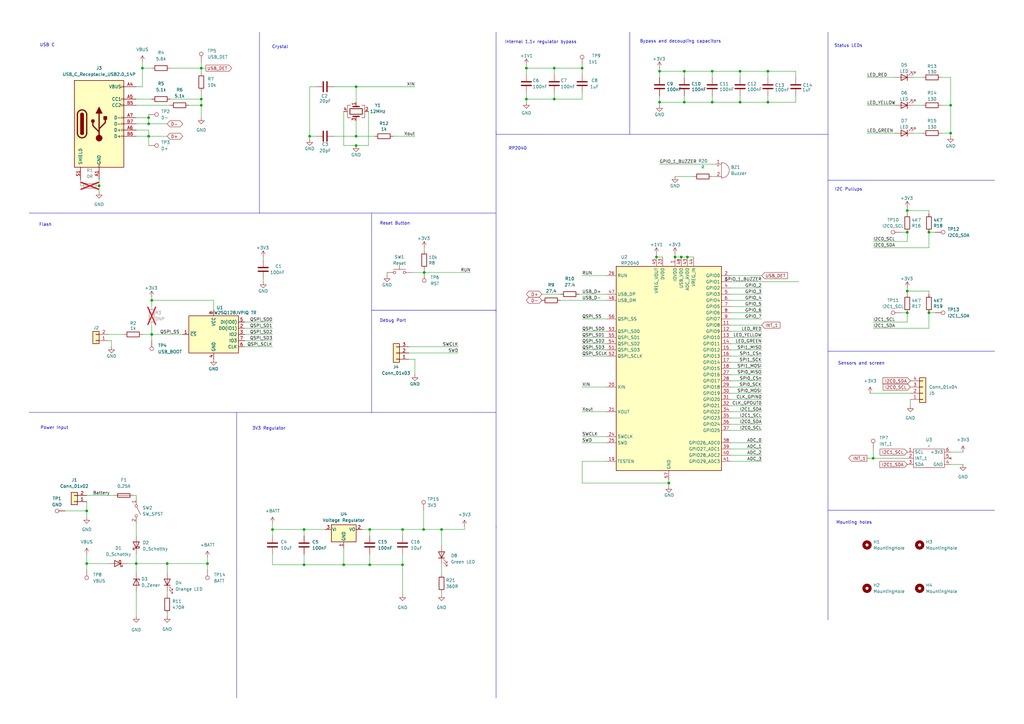
<source format=kicad_sch>
(kicad_sch (version 20231120) (generator "eeschema") (generator_version "8.0")
  (paper "A3")
  (lib_symbols
    (symbol "Connector:TestPoint" (pin_numbers hide) (pin_names (offset 0.762) hide)
      (property "Reference" "TP" (at 0 6.858 0))
      (property "Value" "TestPoint" (at 0 5.08 0))
      (symbol "TestPoint_1_1"
        (pin passive line (at 0 0 90) (length 2.54) (name "1") (number "1"))
      )
    )
    (symbol "Connector:USB_C_Receptacle_USB2.0_14P" (pin_names (offset 1.016))
      (property "Reference" "J" (at 0 22.225 0))
      (property "Value" "USB_C_Receptacle_USB2.0_14P" (at 0 19.685 0))
      (symbol "USB_C_Receptacle_USB2.0_14P_1_1"
        (pin passive line (at 0 -22.86 90) (length 5.08) (name "GND") (number "A1"))
        (pin passive line (at 0 -22.86 90) (length 5.08) hide (name "GND") (number "A12"))
        (pin passive line (at 15.24 15.24 180) (length 5.08) (name "VBUS") (number "A4"))
        (pin bidirectional line (at 15.24 10.16 180) (length 5.08) (name "CC1") (number "A5"))
        (pin bidirectional line (at 15.24 -2.54 180) (length 5.08) (name "D+") (number "A6"))
        (pin bidirectional line (at 15.24 2.54 180) (length 5.08) (name "D-") (number "A7"))
        (pin passive line (at 15.24 15.24 180) (length 5.08) hide (name "VBUS") (number "A9"))
        (pin passive line (at 0 -22.86 90) (length 5.08) hide (name "GND") (number "B1"))
        (pin passive line (at 0 -22.86 90) (length 5.08) hide (name "GND") (number "B12"))
        (pin passive line (at 15.24 15.24 180) (length 5.08) hide (name "VBUS") (number "B4"))
        (pin bidirectional line (at 15.24 7.62 180) (length 5.08) (name "CC2") (number "B5"))
        (pin bidirectional line (at 15.24 -5.08 180) (length 5.08) (name "D+") (number "B6"))
        (pin bidirectional line (at 15.24 0 180) (length 5.08) (name "D-") (number "B7"))
        (pin passive line (at 15.24 15.24 180) (length 5.08) hide (name "VBUS") (number "B9"))
        (pin passive line (at -7.62 -22.86 90) (length 5.08) (name "SHIELD") (number "S1"))
      )
    )
    (symbol "Connector_Generic:Conn_01x02" (pin_names (offset 1.016) hide)
      (property "Reference" "J" (at 0 2.54 0))
      (property "Value" "Conn_01x02" (at 0 -5.08 0))
      (symbol "Conn_01x02_1_1"
        (pin passive line (at -5.08 0 0) (length 3.81) (name "Pin_1") (number "1"))
        (pin passive line (at -5.08 -2.54 0) (length 3.81) (name "Pin_2") (number "2"))
      )
    )
    (symbol "Connector_Generic:Conn_01x03" (pin_names (offset 1.016) hide)
      (property "Reference" "J" (at 0 5.08 0))
      (property "Value" "Conn_01x03" (at 0 -5.08 0))
      (symbol "Conn_01x03_1_1"
        (pin passive line (at -5.08 2.54 0) (length 3.81) (name "Pin_1") (number "1"))
        (pin passive line (at -5.08 0 0) (length 3.81) (name "Pin_2") (number "2"))
        (pin passive line (at -5.08 -2.54 0) (length 3.81) (name "Pin_3") (number "3"))
      )
    )
    (symbol "Connector_Generic:Conn_01x04" (pin_names (offset 1.016) hide)
      (property "Reference" "J" (at 0 5.08 0))
      (property "Value" "Conn_01x04" (at 0 -7.62 0))
      (symbol "Conn_01x04_1_1"
        (pin passive line (at -5.08 2.54 0) (length 3.81) (name "Pin_1") (number "1"))
        (pin passive line (at -5.08 0 0) (length 3.81) (name "Pin_2") (number "2"))
        (pin passive line (at -5.08 -2.54 0) (length 3.81) (name "Pin_3") (number "3"))
        (pin passive line (at -5.08 -5.08 0) (length 3.81) (name "Pin_4") (number "4"))
      )
    )
    (symbol "Device:Buzzer" (pin_names (offset 0.0254) hide)
      (property "Reference" "BZ" (at 3.81 1.27 0))
      (property "Value" "Buzzer" (at 3.81 -1.27 0))
      (symbol "Buzzer_1_1"
        (pin passive line (at -2.54 2.54 0) (length 2.54) (name "+") (number "1"))
        (pin passive line (at -2.54 -2.54 0) (length 2.54) (name "-") (number "2"))
      )
    )
    (symbol "Device:C" (pin_numbers hide) (pin_names (offset 0.254))
      (property "Reference" "C" (at 0.635 2.54 0))
      (property "Value" "C" (at 0.635 -2.54 0))
      (symbol "C_1_1"
        (pin passive line (at 0 3.81 270) (length 2.794) (name "~") (number "1"))
        (pin passive line (at 0 -3.81 90) (length 2.794) (name "~") (number "2"))
      )
    )
    (symbol "Device:Crystal_GND24" (pin_names (offset 1.016) hide)
      (property "Reference" "Y" (at 3.175 5.08 0))
      (property "Value" "Crystal_GND24" (at 3.175 3.175 0))
      (symbol "Crystal_GND24_1_1"
        (pin passive line (at -3.81 0 0) (length 1.27) (name "1") (number "1"))
        (pin passive line (at 0 5.08 270) (length 1.27) (name "2") (number "2"))
        (pin passive line (at 3.81 0 180) (length 1.27) (name "3") (number "3"))
        (pin passive line (at 0 -5.08 90) (length 1.27) (name "4") (number "4"))
      )
    )
    (symbol "Device:D_Schottky" (pin_numbers hide) (pin_names (offset 1.016) hide)
      (property "Reference" "D" (at 0 2.54 0))
      (property "Value" "D_Schottky" (at 0 -2.54 0))
      (symbol "D_Schottky_1_1"
        (pin passive line (at -3.81 0 0) (length 2.54) (name "K") (number "1"))
        (pin passive line (at 3.81 0 180) (length 2.54) (name "A") (number "2"))
      )
    )
    (symbol "Device:D_Zener" (pin_numbers hide) (pin_names (offset 1.016) hide)
      (property "Reference" "D" (at 0 2.54 0))
      (property "Value" "D_Zener" (at 0 -2.54 0))
      (symbol "D_Zener_1_1"
        (pin passive line (at -3.81 0 0) (length 2.54) (name "K") (number "1"))
        (pin passive line (at 3.81 0 180) (length 2.54) (name "A") (number "2"))
      )
    )
    (symbol "Device:Fuse" (pin_numbers hide) (pin_names (offset 0))
      (property "Reference" "F" (at 2.032 0 90))
      (property "Value" "Fuse" (at -1.905 0 90))
      (symbol "Fuse_1_1"
        (pin passive line (at 0 3.81 270) (length 1.27) (name "~") (number "1"))
        (pin passive line (at 0 -3.81 90) (length 1.27) (name "~") (number "2"))
      )
    )
    (symbol "Device:LED" (pin_numbers hide) (pin_names (offset 1.016) hide)
      (property "Reference" "D" (at 0 2.54 0))
      (property "Value" "LED" (at 0 -2.54 0))
      (symbol "LED_1_1"
        (pin passive line (at -3.81 0 0) (length 2.54) (name "K") (number "1"))
        (pin passive line (at 3.81 0 180) (length 2.54) (name "A") (number "2"))
      )
    )
    (symbol "Device:R" (pin_numbers hide) (pin_names (offset 0))
      (property "Reference" "R" (at 2.032 0 90))
      (property "Value" "R" (at 0 0 90))
      (symbol "R_1_1"
        (pin passive line (at 0 3.81 270) (length 1.27) (name "~") (number "1"))
        (pin passive line (at 0 -3.81 90) (length 1.27) (name "~") (number "2"))
      )
    )
    (symbol "GND_1" (power) (pin_numbers hide) (pin_names (offset 0) hide)
      (property "Value" "GND" (at 0 -3.81 0))
      (symbol "GND_1_1_1"
        (pin power_in line (at 0 0 270) (length 0) (name "~") (number "1"))
      )
    )
    (symbol "MCU_RaspberryPi:RP2040"
      (property "Reference" "U" (at 17.78 45.72 0))
      (property "Value" "RP2040" (at 17.78 43.18 0))
      (symbol "RP2040_1_1"
        (pin power_in line (at 2.54 45.72 270) (length 3.81) (name "IOVDD") (number "1"))
        (pin passive line (at 2.54 45.72 270) (length 3.81) hide (name "IOVDD") (number "10"))
        (pin bidirectional line (at 25.4 17.78 180) (length 3.81) (name "GPIO8") (number "11"))
        (pin bidirectional line (at 25.4 15.24 180) (length 3.81) (name "GPIO9") (number "12"))
        (pin bidirectional line (at 25.4 12.7 180) (length 3.81) (name "GPIO10") (number "13"))
        (pin bidirectional line (at 25.4 10.16 180) (length 3.81) (name "GPIO11") (number "14"))
        (pin bidirectional line (at 25.4 7.62 180) (length 3.81) (name "GPIO12") (number "15"))
        (pin bidirectional line (at 25.4 5.08 180) (length 3.81) (name "GPIO13") (number "16"))
        (pin bidirectional line (at 25.4 2.54 180) (length 3.81) (name "GPIO14") (number "17"))
        (pin bidirectional line (at 25.4 0 180) (length 3.81) (name "GPIO15") (number "18"))
        (pin input line (at -25.4 -38.1 0) (length 3.81) (name "TESTEN") (number "19"))
        (pin bidirectional line (at 25.4 38.1 180) (length 3.81) (name "GPIO0") (number "2"))
        (pin input line (at -25.4 -7.62 0) (length 3.81) (name "XIN") (number "20"))
        (pin passive line (at -25.4 -17.78 0) (length 3.81) (name "XOUT") (number "21"))
        (pin passive line (at 2.54 45.72 270) (length 3.81) hide (name "IOVDD") (number "22"))
        (pin power_in line (at -2.54 45.72 270) (length 3.81) (name "DVDD") (number "23"))
        (pin output line (at -25.4 -27.94 0) (length 3.81) (name "SWCLK") (number "24"))
        (pin bidirectional line (at -25.4 -30.48 0) (length 3.81) (name "SWD") (number "25"))
        (pin input line (at -25.4 38.1 0) (length 3.81) (name "RUN") (number "26"))
        (pin bidirectional line (at 25.4 -2.54 180) (length 3.81) (name "GPIO16") (number "27"))
        (pin bidirectional line (at 25.4 -5.08 180) (length 3.81) (name "GPIO17") (number "28"))
        (pin bidirectional line (at 25.4 -7.62 180) (length 3.81) (name "GPIO18") (number "29"))
        (pin bidirectional line (at 25.4 35.56 180) (length 3.81) (name "GPIO1") (number "3"))
        (pin bidirectional line (at 25.4 -10.16 180) (length 3.81) (name "GPIO19") (number "30"))
        (pin bidirectional line (at 25.4 -12.7 180) (length 3.81) (name "GPIO20") (number "31"))
        (pin bidirectional line (at 25.4 -15.24 180) (length 3.81) (name "GPIO21") (number "32"))
        (pin passive line (at 2.54 45.72 270) (length 3.81) hide (name "IOVDD") (number "33"))
        (pin bidirectional line (at 25.4 -17.78 180) (length 3.81) (name "GPIO22") (number "34"))
        (pin bidirectional line (at 25.4 -20.32 180) (length 3.81) (name "GPIO23") (number "35"))
        (pin bidirectional line (at 25.4 -22.86 180) (length 3.81) (name "GPIO24") (number "36"))
        (pin bidirectional line (at 25.4 -25.4 180) (length 3.81) (name "GPIO25") (number "37"))
        (pin bidirectional line (at 25.4 -30.48 180) (length 3.81) (name "GPIO26_ADC0") (number "38"))
        (pin bidirectional line (at 25.4 -33.02 180) (length 3.81) (name "GPIO27_ADC1") (number "39"))
        (pin bidirectional line (at 25.4 33.02 180) (length 3.81) (name "GPIO2") (number "4"))
        (pin bidirectional line (at 25.4 -35.56 180) (length 3.81) (name "GPIO28_ADC2") (number "40"))
        (pin bidirectional line (at 25.4 -38.1 180) (length 3.81) (name "GPIO29_ADC3") (number "41"))
        (pin passive line (at 2.54 45.72 270) (length 3.81) hide (name "IOVDD") (number "42"))
        (pin power_in line (at 7.62 45.72 270) (length 3.81) (name "ADC_AVDD") (number "43"))
        (pin power_in line (at 10.16 45.72 270) (length 3.81) (name "VREG_IN") (number "44"))
        (pin power_out line (at -5.08 45.72 270) (length 3.81) (name "VREG_VOUT") (number "45"))
        (pin bidirectional line (at -25.4 27.94 0) (length 3.81) (name "USB_DM") (number "46"))
        (pin bidirectional line (at -25.4 30.48 0) (length 3.81) (name "USB_DP") (number "47"))
        (pin power_in line (at 5.08 45.72 270) (length 3.81) (name "USB_VDD") (number "48"))
        (pin passive line (at 2.54 45.72 270) (length 3.81) hide (name "IOVDD") (number "49"))
        (pin bidirectional line (at 25.4 30.48 180) (length 3.81) (name "GPIO3") (number "5"))
        (pin passive line (at -2.54 45.72 270) (length 3.81) hide (name "DVDD") (number "50"))
        (pin bidirectional line (at -25.4 7.62 0) (length 3.81) (name "QSPI_SD3") (number "51"))
        (pin output line (at -25.4 5.08 0) (length 3.81) (name "QSPI_SCLK") (number "52"))
        (pin bidirectional line (at -25.4 15.24 0) (length 3.81) (name "QSPI_SD0") (number "53"))
        (pin bidirectional line (at -25.4 10.16 0) (length 3.81) (name "QSPI_SD2") (number "54"))
        (pin bidirectional line (at -25.4 12.7 0) (length 3.81) (name "QSPI_SD1") (number "55"))
        (pin bidirectional line (at -25.4 20.32 0) (length 3.81) (name "QSPI_SS") (number "56"))
        (pin power_in line (at 0 -45.72 90) (length 3.81) (name "GND") (number "57"))
        (pin bidirectional line (at 25.4 27.94 180) (length 3.81) (name "GPIO4") (number "6"))
        (pin bidirectional line (at 25.4 25.4 180) (length 3.81) (name "GPIO5") (number "7"))
        (pin bidirectional line (at 25.4 22.86 180) (length 3.81) (name "GPIO6") (number "8"))
        (pin bidirectional line (at 25.4 20.32 180) (length 3.81) (name "GPIO7") (number "9"))
      )
    )
    (symbol "Mechanical:MountingHole" (pin_names (offset 1.016))
      (property "Reference" "H" (at 0 5.08 0))
      (property "Value" "MountingHole" (at 0 3.175 0))
    )
    (symbol "Memory_Flash:W25Q128JVS"
      (property "Reference" "U?" (at -8.89 8.89 0))
      (property "Value" "W25Q128JVS" (at 7.62 8.89 0))
      (symbol "W25Q128JVS_1_1"
        (pin input line (at -12.7 0 0) (length 2.54) (name "~{CS}") (number "1"))
        (pin bidirectional line (at 12.7 2.54 180) (length 2.54) (name "DO(IO1)") (number "2"))
        (pin bidirectional line (at 12.7 0 180) (length 2.54) (name "IO2") (number "3"))
        (pin power_in line (at 0 -10.16 90) (length 2.54) (name "GND") (number "4"))
        (pin bidirectional line (at 12.7 5.08 180) (length 2.54) (name "DI(IO0)") (number "5"))
        (pin input line (at 12.7 -5.08 180) (length 2.54) (name "CLK") (number "6"))
        (pin bidirectional line (at 12.7 -2.54 180) (length 2.54) (name "IO3") (number "7"))
        (pin power_in line (at 0 10.16 270) (length 2.54) (name "VCC") (number "8"))
      )
    )
    (symbol "Power_Symbols:+3V3_A" (power) (pin_names (offset 0))
      (property "Value" "+3V3_A" (at 0 3.556 0))
      (symbol "+3V3_A_1_1"
        (pin power_in line (at 0 0 90) (length 0) hide (name "+3V3_A") (number "1"))
      )
    )
    (symbol "Regulator_Linear:AMS1117-3.3" (pin_names (offset 0.254))
      (property "Reference" "U" (at -3.81 3.175 0))
      (property "Value" "AMS1117-3.3" (at 0 3.175 0))
      (symbol "AMS1117-3.3_1_1"
        (pin power_in line (at 0 -7.62 90) (length 2.54) (name "GND") (number "1"))
        (pin power_out line (at 7.62 0 180) (length 2.54) (name "VO") (number "2"))
        (pin power_in line (at -7.62 0 0) (length 2.54) (name "VI") (number "3"))
      )
    )
    (symbol "Sense:Sense_Calistated"
      (property "Reference" "U4" (at 0 12.7 0))
      (property "Value" "~" (at 0 10.16 0))
      (symbol "Sense_Calistated_1_1"
        (pin output line (at -8.89 7.62 0) (length 2.54) (name "SCL") (number "1"))
        (pin output line (at -8.89 5.08 0) (length 2.54) (name "INT_1") (number "2"))
        (pin output line (at -8.89 2.54 0) (length 2.54) (name "SDA") (number "3"))
        (pin input line (at 8.89 2.54 180) (length 2.54) (name "GND") (number "4"))
        (pin no_connect line (at 8.89 5.08 180) (length 2.54) (name "") (number "5"))
        (pin input line (at 8.89 7.62 180) (length 2.54) (name "+3V3") (number "6"))
      )
    )
    (symbol "Switch:SW_Push" (pin_numbers hide) (pin_names (offset 1.016) hide)
      (property "Reference" "SW" (at 1.27 2.54 0))
      (property "Value" "SW_Push" (at 0 -1.524 0))
      (symbol "SW_Push_0_1"
        (pin passive line (at -5.08 0 0) (length 2.54) (name "1") (number "1"))
        (pin passive line (at 5.08 0 180) (length 2.54) (name "2") (number "2"))
      )
    )
    (symbol "Switch:SW_SPST" (pin_names (offset 0) hide)
      (property "Reference" "SW" (at 0 3.175 0))
      (property "Value" "SW_SPST" (at 0 -2.54 0))
      (symbol "SW_SPST_1_1"
        (pin passive line (at -5.08 0 0) (length 2.54) (name "A") (number "1"))
        (pin passive line (at 5.08 0 180) (length 2.54) (name "B") (number "2"))
      )
    )
    (symbol "power:+1V1" (power) (pin_names (offset 0))
      (property "Value" "+1V1" (at 0 3.556 0))
      (symbol "+1V1_1_1"
        (pin power_in line (at 0 0 90) (length 0) hide (name "+1V1") (number "1"))
      )
    )
    (symbol "power:+3V3" (power) (pin_names (offset 0))
      (property "Value" "+3V3" (at 0 3.556 0))
      (symbol "+3V3_1_1"
        (pin power_in line (at 0 0 90) (length 0) hide (name "+3V3") (number "1"))
      )
    )
    (symbol "power:+BATT" (power) (pin_names (offset 0))
      (property "Value" "+BATT" (at 0 3.556 0))
      (symbol "+BATT_1_1"
        (pin power_in line (at 0 0 90) (length 0) hide (name "+BATT") (number "1"))
      )
    )
    (symbol "power:GND" (power) (pin_names (offset 0))
      (property "Value" "GND" (at 0 -3.81 0))
      (symbol "GND_1_1"
        (pin power_in line (at 0 0 270) (length 0) hide (name "GND") (number "1"))
      )
    )
    (symbol "power:VBUS" (power) (pin_names (offset 0))
      (property "Value" "VBUS" (at 0 3.81 0))
      (symbol "VBUS_1_1"
        (pin power_in line (at 0 0 90) (length 0) hide (name "VBUS") (number "1"))
      )
    )
  )
  (junction (at 124.714 231.648))
  (junction (at 358.14 187.96))
  (junction (at 314.96 29.21))
  (junction (at 85.09 231.14))
  (junction (at 173.736 217.17))
  (junction (at 215.9 40.64))
  (junction (at 303.53 41.91))
  (junction (at 140.97 231.648))
  (junction (at 124.714 217.17))
  (junction (at 314.96 41.91))
  (junction (at 173.99 111.76))
  (junction (at 151.638 231.648))
  (junction (at 35.56 209.55))
  (junction (at 68.58 231.14))
  (junction (at 381 95.25))
  (junction (at 372.11 128.27))
  (junction (at 151.638 217.17))
  (junction (at 292.1 41.91))
  (junction (at 372.11 119.38))
  (junction (at 389.89 54.61))
  (junction (at 82.55 27.94))
  (junction (at 60.96 55.88))
  (junction (at 165.1 231.648))
  (junction (at 146.05 55.88))
  (junction (at 269.24 105.41))
  (junction (at 279.4 105.41))
  (junction (at 127 55.88))
  (junction (at 372.11 86.36))
  (junction (at 274.32 198.12))
  (junction (at 276.86 105.41))
  (junction (at 270.51 29.21))
  (junction (at 270.51 41.91))
  (junction (at 35.56 231.14))
  (junction (at 215.9 27.94))
  (junction (at 60.96 48.26))
  (junction (at 146.05 35.56))
  (junction (at 227.33 40.64))
  (junction (at 280.67 29.21))
  (junction (at 60.96 50.8))
  (junction (at 280.67 41.91))
  (junction (at 62.23 137.16))
  (junction (at 146.05 59.69))
  (junction (at 62.23 123.19))
  (junction (at 238.76 27.94))
  (junction (at 292.1 29.21))
  (junction (at 55.88 231.14))
  (junction (at 181.102 217.17))
  (junction (at 227.33 27.94))
  (junction (at 381 128.27))
  (junction (at 389.89 43.18))
  (junction (at 165.1 217.17))
  (junction (at 82.55 43.18))
  (junction (at 40.64 76.2))
  (junction (at 303.53 29.21))
  (junction (at 372.11 95.25))
  (junction (at 82.55 40.64))
  (junction (at 111.76 217.17))
  (junction (at 58.42 27.94))
  (junction (at 281.94 105.41))
  (wire (pts (xy 137.16 55.88) (xy 146.05 55.88)))
  (wire (pts (xy 299.72 113.03) (xy 312.42 113.03)))
  (wire (pts (xy 372.11 132.08) (xy 372.11 128.27)))
  (wire (pts (xy 238.76 189.23) (xy 238.76 198.12)))
  (wire (pts (xy 238.76 168.91) (xy 248.92 168.91)))
  (wire (pts (xy 312.42 133.35) (xy 299.72 133.35)))
  (wire (pts (xy 35.56 227.33) (xy 35.56 231.14)))
  (wire (pts (xy 389.89 55.88) (xy 389.89 54.61)))
  (wire (pts (xy 381 128.27) (xy 383.54 128.27)))
  (wire (pts (xy 69.85 27.94) (xy 82.55 27.94)))
  (wire (pts (xy 381 128.27) (xy 381 134.62)))
  (wire (pts (xy 35.56 203.2) (xy 46.99 203.2)))
  (wire (pts (xy 62.23 121.92) (xy 62.23 123.19)))
  (wire (pts (xy 280.67 29.21) (xy 280.67 31.75)))
  (wire (pts (xy 60.96 48.26) (xy 60.96 50.8)))
  (wire (pts (xy 165.1 227.33) (xy 165.1 231.648)))
  (wire (pts (xy 303.53 41.91) (xy 314.96 41.91)))
  (wire (pts (xy 389.89 31.75) (xy 386.08 31.75)))
  (wire (pts (xy 146.05 55.88) (xy 153.67 55.88)))
  (wire (pts (xy 55.88 40.64) (xy 62.23 40.64)))
  (wire (pts (xy 173.99 110.49) (xy 173.99 111.76)))
  (wire (pts (xy 372.11 118.11) (xy 372.11 119.38)))
  (wire (pts (xy 124.714 217.17) (xy 133.35 217.17)))
  (wire (pts (xy 146.05 49.53) (xy 146.05 55.88)))
  (wire (pts (xy 386.08 54.61) (xy 389.89 54.61)))
  (wire (pts (xy 68.58 242.57) (xy 68.58 244.094)))
  (wire (pts (xy 87.63 127) (xy 87.63 123.19)))
  (wire (pts (xy 314.96 29.21) (xy 314.96 31.75)))
  (wire (pts (xy 381 86.36) (xy 372.11 86.36)))
  (wire (pts (xy 127 35.56) (xy 127 55.88)))
  (wire (pts (xy 227.33 40.64) (xy 238.76 40.64)))
  (wire (pts (xy 137.16 35.56) (xy 146.05 35.56)))
  (wire (pts (xy 238.76 198.12) (xy 274.32 198.12)))
  (wire (pts (xy 82.55 27.94) (xy 84.455 27.94)))
  (wire (pts (xy 299.72 168.91) (xy 312.42 168.91)))
  (polyline (pts (xy 339.598 13.208) (xy 339.598 254.254)))
  (wire (pts (xy 299.72 181.61) (xy 312.42 181.61)))
  (wire (pts (xy 44.45 139.7) (xy 45.72 139.7)))
  (wire (pts (xy 229.87 123.19) (xy 248.92 123.19)))
  (wire (pts (xy 299.72 120.65) (xy 312.42 120.65)))
  (wire (pts (xy 299.72 171.45) (xy 312.42 171.45)))
  (wire (pts (xy 82.55 43.18) (xy 82.55 48.26)))
  (wire (pts (xy 111.76 214.63) (xy 111.76 217.17)))
  (wire (pts (xy 394.97 190.5) (xy 389.89 190.5)))
  (wire (pts (xy 111.76 217.17) (xy 111.76 219.71)))
  (wire (pts (xy 314.96 29.21) (xy 303.53 29.21)))
  (wire (pts (xy 170.18 147.32) (xy 167.64 147.32)))
  (wire (pts (xy 299.72 130.81) (xy 312.42 130.81)))
  (wire (pts (xy 55.88 231.14) (xy 55.88 234.95)))
  (wire (pts (xy 181.102 243.078) (xy 181.102 243.84)))
  (wire (pts (xy 381 119.38) (xy 381 120.65)))
  (wire (pts (xy 165.1 219.71) (xy 165.1 217.17)))
  (wire (pts (xy 111.76 137.16) (xy 100.33 137.16)))
  (wire (pts (xy 68.58 251.714) (xy 68.58 252.73)))
  (wire (pts (xy 227.33 38.1) (xy 227.33 40.64)))
  (wire (pts (xy 54.61 203.2) (xy 55.88 203.2)))
  (wire (pts (xy 373.38 166.37) (xy 373.38 163.83)))
  (wire (pts (xy 238.76 140.97) (xy 248.92 140.97)))
  (wire (pts (xy 124.714 227.33) (xy 124.714 231.648)))
  (wire (pts (xy 107.95 105.41) (xy 107.95 106.68)))
  (wire (pts (xy 303.53 39.37) (xy 303.53 41.91)))
  (wire (pts (xy 55.88 214.63) (xy 55.88 219.71)))
  (polyline (pts (xy 203.454 55.118) (xy 203.454 216.154)))
  (wire (pts (xy 270.51 43.18) (xy 270.51 41.91)))
  (wire (pts (xy 372.11 132.08) (xy 358.14 132.08)))
  (wire (pts (xy 55.88 53.34) (xy 60.96 53.34)))
  (wire (pts (xy 270.51 41.91) (xy 270.51 39.37)))
  (polyline (pts (xy 339.598 73.914) (xy 407.924 73.914)))
  (wire (pts (xy 127 55.88) (xy 127 57.15)))
  (polyline (pts (xy 339.598 55.118) (xy 203.454 55.118)))
  (wire (pts (xy 181.102 217.17) (xy 190.5 217.17)))
  (wire (pts (xy 60.96 50.8) (xy 55.88 50.8)))
  (wire (pts (xy 111.76 134.62) (xy 100.33 134.62)))
  (wire (pts (xy 280.67 39.37) (xy 280.67 41.91)))
  (wire (pts (xy 374.65 54.61) (xy 378.46 54.61)))
  (wire (pts (xy 270.51 27.94) (xy 270.51 29.21)))
  (wire (pts (xy 389.89 185.42) (xy 394.97 185.42)))
  (wire (pts (xy 60.96 55.88) (xy 55.88 55.88)))
  (wire (pts (xy 82.55 40.64) (xy 82.55 43.18)))
  (wire (pts (xy 127 55.88) (xy 129.54 55.88)))
  (wire (pts (xy 45.72 139.7) (xy 45.72 142.24)))
  (wire (pts (xy 40.64 78.74) (xy 40.64 76.2)))
  (wire (pts (xy 303.53 29.21) (xy 303.53 31.75)))
  (wire (pts (xy 170.18 147.32) (xy 170.18 153.67)))
  (wire (pts (xy 107.95 115.57) (xy 107.95 114.3)))
  (wire (pts (xy 58.42 27.94) (xy 58.42 35.56)))
  (wire (pts (xy 151.638 219.71) (xy 151.638 217.17)))
  (wire (pts (xy 372.11 95.25) (xy 372.11 99.06)))
  (wire (pts (xy 270.51 67.31) (xy 293.37 67.31)))
  (wire (pts (xy 60.96 59.69) (xy 60.96 55.88)))
  (wire (pts (xy 60.96 50.8) (xy 68.58 50.8)))
  (wire (pts (xy 238.76 40.64) (xy 238.76 38.1)))
  (wire (pts (xy 292.1 29.21) (xy 280.67 29.21)))
  (wire (pts (xy 372.11 86.36) (xy 372.11 87.63)))
  (polyline (pts (xy 11.938 87.376) (xy 203.454 87.376)))
  (polyline (pts (xy 203.454 127.254) (xy 203.454 127.508)))
  (wire (pts (xy 292.1 39.37) (xy 292.1 41.91)))
  (wire (pts (xy 215.9 38.1) (xy 215.9 40.64)))
  (wire (pts (xy 35.56 231.14) (xy 44.45 231.14)))
  (wire (pts (xy 33.02 73.66) (xy 33.02 76.2)))
  (wire (pts (xy 270.51 41.91) (xy 280.67 41.91)))
  (wire (pts (xy 60.96 53.34) (xy 60.96 55.88)))
  (wire (pts (xy 55.88 231.14) (xy 68.58 231.14)))
  (wire (pts (xy 299.72 166.37) (xy 312.42 166.37)))
  (wire (pts (xy 146.05 35.56) (xy 170.18 35.56)))
  (wire (pts (xy 55.88 48.26) (xy 60.96 48.26)))
  (wire (pts (xy 52.07 231.14) (xy 55.88 231.14)))
  (wire (pts (xy 146.05 59.69) (xy 151.13 59.69)))
  (wire (pts (xy 299.72 153.67) (xy 312.42 153.67)))
  (wire (pts (xy 60.96 55.88) (xy 68.58 55.88)))
  (wire (pts (xy 374.65 31.75) (xy 378.46 31.75)))
  (wire (pts (xy 238.76 135.89) (xy 248.92 135.89)))
  (wire (pts (xy 355.6 31.75) (xy 367.03 31.75)))
  (wire (pts (xy 358.14 187.96) (xy 372.11 187.96)))
  (wire (pts (xy 326.39 29.21) (xy 314.96 29.21)))
  (wire (pts (xy 140.97 224.79) (xy 140.97 231.648)))
  (wire (pts (xy 358.14 184.15) (xy 358.14 187.96)))
  (wire (pts (xy 299.72 189.23) (xy 312.42 189.23)))
  (wire (pts (xy 279.4 105.41) (xy 281.94 105.41)))
  (wire (pts (xy 82.55 27.94) (xy 82.55 29.845)))
  (wire (pts (xy 238.76 181.61) (xy 248.92 181.61)))
  (wire (pts (xy 148.59 217.17) (xy 151.638 217.17)))
  (wire (pts (xy 280.67 41.91) (xy 292.1 41.91)))
  (wire (pts (xy 356.87 161.29) (xy 373.38 161.29)))
  (wire (pts (xy 299.72 146.05) (xy 312.42 146.05)))
  (wire (pts (xy 299.72 173.99) (xy 312.42 173.99)))
  (wire (pts (xy 372.11 99.06) (xy 358.14 99.06)))
  (wire (pts (xy 369.57 95.25) (xy 372.11 95.25)))
  (wire (pts (xy 381 95.25) (xy 383.54 95.25)))
  (wire (pts (xy 238.76 113.03) (xy 248.92 113.03)))
  (wire (pts (xy 238.76 179.07) (xy 248.92 179.07)))
  (polyline (pts (xy 203.454 215.9) (xy 203.454 286.258)))
  (wire (pts (xy 238.76 130.81) (xy 248.92 130.81)))
  (wire (pts (xy 274.32 198.12) (xy 274.32 196.85)))
  (wire (pts (xy 161.29 55.88) (xy 170.18 55.88)))
  (wire (pts (xy 299.72 143.51) (xy 312.42 143.51)))
  (wire (pts (xy 374.65 43.18) (xy 378.46 43.18)))
  (wire (pts (xy 124.714 219.71) (xy 124.714 217.17)))
  (wire (pts (xy 269.24 104.14) (xy 269.24 105.41)))
  (wire (pts (xy 215.9 27.94) (xy 215.9 30.48)))
  (wire (pts (xy 299.72 135.89) (xy 312.42 135.89)))
  (polyline (pts (xy 203.454 54.102) (xy 203.454 55.118)))
  (wire (pts (xy 222.25 120.65) (xy 229.87 120.65)))
  (polyline (pts (xy 339.598 144.018) (xy 407.924 144.018)))
  (wire (pts (xy 62.23 123.19) (xy 87.63 123.19)))
  (wire (pts (xy 68.58 231.14) (xy 85.09 231.14)))
  (wire (pts (xy 140.97 231.648) (xy 151.638 231.648)))
  (wire (pts (xy 167.64 144.78) (xy 187.96 144.78)))
  (wire (pts (xy 299.72 163.83) (xy 312.42 163.83)))
  (wire (pts (xy 276.86 72.39) (xy 284.48 72.39)))
  (wire (pts (xy 281.94 105.41) (xy 284.48 105.41)))
  (wire (pts (xy 173.736 209.296) (xy 173.736 217.17)))
  (wire (pts (xy 168.91 111.76) (xy 173.99 111.76)))
  (wire (pts (xy 299.72 186.69) (xy 312.42 186.69)))
  (wire (pts (xy 111.76 231.648) (xy 124.714 231.648)))
  (wire (pts (xy 62.23 123.19) (xy 62.23 125.73)))
  (wire (pts (xy 55.88 227.33) (xy 55.88 231.14)))
  (wire (pts (xy 60.96 46.99) (xy 60.96 48.26)))
  (wire (pts (xy 238.76 27.94) (xy 238.76 30.48)))
  (wire (pts (xy 35.56 233.68) (xy 35.56 231.14)))
  (wire (pts (xy 299.72 158.75) (xy 312.42 158.75)))
  (polyline (pts (xy 152.4 127.254) (xy 203.454 127.254)))
  (polyline (pts (xy 97.028 169.164) (xy 97.028 286.258)))
  (wire (pts (xy 151.638 231.648) (xy 165.1 231.648)))
  (wire (pts (xy 389.89 43.18) (xy 389.89 54.61)))
  (wire (pts (xy 68.58 231.14) (xy 68.58 234.95)))
  (wire (pts (xy 276.86 104.14) (xy 276.86 105.41)))
  (wire (pts (xy 55.88 43.18) (xy 69.85 43.18)))
  (wire (pts (xy 111.76 139.7) (xy 100.33 139.7)))
  (wire (pts (xy 292.1 41.91) (xy 303.53 41.91)))
  (wire (pts (xy 173.736 217.17) (xy 181.102 217.17)))
  (wire (pts (xy 85.09 233.68) (xy 85.09 231.14)))
  (wire (pts (xy 111.76 227.33) (xy 111.76 231.648)))
  (wire (pts (xy 299.72 128.27) (xy 312.42 128.27)))
  (wire (pts (xy 358.14 134.62) (xy 381 134.62)))
  (wire (pts (xy 146.05 35.56) (xy 146.05 41.91)))
  (wire (pts (xy 58.42 35.56) (xy 55.88 35.56)))
  (wire (pts (xy 326.39 29.21) (xy 326.39 31.75)))
  (wire (pts (xy 299.72 176.53) (xy 312.42 176.53)))
  (wire (pts (xy 62.23 133.35) (xy 62.23 137.16)))
  (wire (pts (xy 238.76 158.75) (xy 248.92 158.75)))
  (wire (pts (xy 124.714 231.648) (xy 140.97 231.648)))
  (wire (pts (xy 299.72 118.11) (xy 312.42 118.11)))
  (wire (pts (xy 227.33 27.94) (xy 238.76 27.94)))
  (wire (pts (xy 355.6 54.61) (xy 367.03 54.61)))
  (wire (pts (xy 227.33 27.94) (xy 215.9 27.94)))
  (wire (pts (xy 389.89 31.75) (xy 389.89 43.18)))
  (wire (pts (xy 292.1 29.21) (xy 292.1 31.75)))
  (wire (pts (xy 215.9 26.67) (xy 215.9 27.94)))
  (wire (pts (xy 355.6 187.96) (xy 358.14 187.96)))
  (wire (pts (xy 276.86 105.41) (xy 279.4 105.41)))
  (wire (pts (xy 292.1 72.39) (xy 293.37 72.39)))
  (wire (pts (xy 299.72 140.97) (xy 312.42 140.97)))
  (wire (pts (xy 299.72 156.21) (xy 312.42 156.21)))
  (polyline (pts (xy 339.598 209.296) (xy 407.924 209.296)))
  (wire (pts (xy 237.49 120.65) (xy 248.92 120.65)))
  (wire (pts (xy 58.42 137.16) (xy 62.23 137.16)))
  (wire (pts (xy 299.72 184.15) (xy 312.42 184.15)))
  (wire (pts (xy 55.88 203.2) (xy 55.88 204.47)))
  (wire (pts (xy 181.102 217.17) (xy 181.102 223.774)))
  (wire (pts (xy 111.76 217.17) (xy 124.714 217.17)))
  (wire (pts (xy 355.6 43.18) (xy 367.03 43.18)))
  (polyline (pts (xy 152.4 87.376) (xy 152.4 169.164)))
  (wire (pts (xy 111.76 132.08) (xy 100.33 132.08)))
  (wire (pts (xy 238.76 146.05) (xy 248.92 146.05)))
  (polyline (pts (xy 106.426 13.208) (xy 106.426 87.376)))
  (wire (pts (xy 326.39 39.37) (xy 326.39 41.91)))
  (wire (pts (xy 238.76 26.67) (xy 238.76 27.94)))
  (wire (pts (xy 215.9 40.64) (xy 227.33 40.64)))
  (wire (pts (xy 369.57 128.27) (xy 372.11 128.27)))
  (wire (pts (xy 299.72 138.43) (xy 312.42 138.43)))
  (wire (pts (xy 35.56 209.55) (xy 35.56 212.09)))
  (wire (pts (xy 381 95.25) (xy 381 101.6)))
  (wire (pts (xy 26.67 209.55) (xy 35.56 209.55)))
  (polyline (pts (xy 11.938 169.164) (xy 152.4 169.164)))
  (wire (pts (xy 58.42 27.94) (xy 62.23 27.94)))
  (wire (pts (xy 299.72 148.59) (xy 312.42 148.59)))
  (wire (pts (xy 299.72 151.13) (xy 312.42 151.13)))
  (polyline (pts (xy 152.4 169.164) (xy 203.454 169.164)))
  (wire (pts (xy 165.1 217.17) (xy 173.736 217.17)))
  (wire (pts (xy 274.32 199.39) (xy 274.32 198.12)))
  (wire (pts (xy 55.88 242.57) (xy 55.88 252.73)))
  (wire (pts (xy 35.56 205.74) (xy 35.56 209.55)))
  (wire (pts (xy 82.55 37.465) (xy 82.55 40.64)))
  (wire (pts (xy 127 35.56) (xy 129.54 35.56)))
  (wire (pts (xy 58.42 25.4) (xy 58.42 27.94)))
  (wire (pts (xy 270.51 29.21) (xy 280.67 29.21)))
  (wire (pts (xy 44.45 137.16) (xy 50.8 137.16)))
  (wire (pts (xy 62.23 137.16) (xy 62.23 139.7)))
  (wire (pts (xy 158.75 113.03) (xy 158.75 111.76)))
  (wire (pts (xy 140.97 45.72) (xy 140.97 59.69)))
  (wire (pts (xy 215.9 41.91) (xy 215.9 40.64)))
  (wire (pts (xy 372.11 85.09) (xy 372.11 86.36)))
  (wire (pts (xy 269.24 105.41) (xy 271.78 105.41)))
  (wire (pts (xy 227.33 27.94) (xy 227.33 30.48)))
  (wire (pts (xy 303.53 29.21) (xy 292.1 29.21)))
  (wire (pts (xy 299.72 123.19) (xy 312.42 123.19)))
  (wire (pts (xy 314.96 41.91) (xy 326.39 41.91)))
  (wire (pts (xy 151.13 45.72) (xy 151.13 59.69)))
  (wire (pts (xy 140.97 59.69) (xy 146.05 59.69)))
  (wire (pts (xy 238.76 138.43) (xy 248.92 138.43)))
  (wire (pts (xy 386.08 43.18) (xy 389.89 43.18)))
  (wire (pts (xy 82.55 25.4) (xy 82.55 27.94)))
  (polyline (pts (xy 203.454 13.208) (xy 203.454 54.356)))
  (wire (pts (xy 358.14 101.6) (xy 381 101.6)))
  (wire (pts (xy 314.96 39.37) (xy 314.96 41.91)))
  (wire (pts (xy 69.85 40.64) (xy 82.55 40.64)))
  (wire (pts (xy 381 86.36) (xy 381 87.63)))
  (wire (pts (xy 299.72 125.73) (xy 312.42 125.73)))
  (wire (pts (xy 299.72 161.29) (xy 312.42 161.29)))
  (wire (pts (xy 190.5 217.17) (xy 190.5 215.9)))
  (wire (pts (xy 165.1 231.648) (xy 165.1 243.84)))
  (wire (pts (xy 62.23 137.16) (xy 74.93 137.16)))
  (wire (pts (xy 151.638 217.17) (xy 165.1 217.17)))
  (wire (pts (xy 151.638 227.33) (xy 151.638 231.648)))
  (wire (pts (xy 238.76 189.23) (xy 248.92 189.23)))
  (wire (pts (xy 77.47 43.18) (xy 82.55 43.18)))
  (wire (pts (xy 238.76 143.51) (xy 248.92 143.51)))
  (wire (pts (xy 111.76 142.24) (xy 100.33 142.24)))
  (wire (pts (xy 270.51 29.21) (xy 270.51 31.75)))
  (wire (pts (xy 173.99 101.6) (xy 173.99 102.87)))
  (wire (pts (xy 85.09 231.14) (xy 85.09 228.6)))
  (polyline (pts (xy 258.318 13.208) (xy 258.318 55.118)))
  (wire (pts (xy 381 119.38) (xy 372.11 119.38)))
  (wire (pts (xy 372.11 119.38) (xy 372.11 120.65)))
  (wire (pts (xy 327.66 115.57) (xy 299.72 115.57)))
  (wire (pts (xy 173.99 111.76) (xy 193.04 111.76)))
  (wire (pts (xy 167.64 142.24) (xy 187.96 142.24)))
  (wire (pts (xy 181.102 231.394) (xy 181.102 235.458)))
  (wire (pts (xy 40.64 76.2) (xy 40.64 73.66)))
  (text "Internal 1.1v regulator bypass" (at 207.01 18.034 0) (effects (font (size 1.27 1.27)) (justify left bottom)))
  (text "Power Input" (at 16.51 176.276 0) (effects (font (size 1.27 1.27)) (justify left bottom)))
  (text "RP2040" (at 208.534 61.722 0) (effects (font (size 1.27 1.27)) (justify left bottom)))
  (text "Bypass and decoupling capacitors" (at 262.382 17.78 0) (effects (font (size 1.27 1.27)) (justify left bottom)))
  (text "Crystal" (at 111.506 20.066 0) (effects (font (size 1.27 1.27)) (justify left bottom)))
  (text "Status LEDs" (at 342.138 19.558 0) (effects (font (size 1.27 1.27)) (justify left bottom)))
  (text "Reset Button" (at 155.702 92.456 0) (effects (font (size 1.27 1.27)) (justify left bottom)))
  (text "3V3 Regulator" (at 103.378 176.53 0) (effects (font (size 1.27 1.27)) (justify left bottom)))
  (text "Flash" (at 16.002 92.964 0) (effects (font (size 1.27 1.27)) (justify left bottom)))
  (text "USB C" (at 16.256 19.304 0) (effects (font (size 1.27 1.27)) (justify left bottom)))
  (text "Mounting holes" (at 342.9 215.138 0) (effects (font (size 1.27 1.27)) (justify left bottom)))
  (text "I2C Pullups" (at 342.392 78.486 0) (effects (font (size 1.27 1.27)) (justify left bottom)))
  (text "Debug Port" (at 155.702 132.334 0) (effects (font (size 1.27 1.27)) (justify left bottom)))
  (text "Sensors and screen" (at 343.662 149.86 0) (effects (font (size 1.27 1.27)) (justify left bottom)))
  (label "QSPI_SCLK" (at 238.76 146.05 0))
  (label "QSPI_SS" (at 238.76 130.81 0))
  (label "QSPI_SD0" (at 111.76 132.08 180))
  (label "I2C1_SCL" (at 312.42 171.45 180))
  (label "GPIO_1_BUZZER" (at 285.75 67.31 180))
  (label "QSPI_SD3" (at 111.76 139.7 180))
  (label "GPIO_2" (at 312.42 118.11 180))
  (label "QSPI_SD1" (at 111.76 134.62 180))
  (label "SPI0_CSn" (at 312.42 156.21 180))
  (label "CLK_GPIN0" (at 312.42 163.83 180))
  (label "SWCLK" (at 238.76 179.07 0))
  (label "GPIO_6" (at 312.42 128.27 180))
  (label "RUN" (at 238.76 113.03 0))
  (label "GPIO_7" (at 312.42 130.81 180))
  (label "USB_D+" (at 238.76 120.65 0))
  (label "QSPI_SS" (at 73.66 137.16 180))
  (label "I2C0_SDA" (at 358.14 101.6 0))
  (label "I2C0_SDA" (at 312.42 173.99 180))
  (label "GPIO_4" (at 312.42 123.19 180))
  (label "I2C1_SDA" (at 358.14 134.62 0))
  (label "SWCLK" (at 187.96 142.24 180))
  (label "USB_D-" (at 238.76 123.19 0))
  (label "Battery" (at 38.1 203.2 0))
  (label "QSPI_SD1" (at 238.76 138.43 0))
  (label "ADC_0" (at 312.42 181.61 180))
  (label "SPI1_MOSI" (at 312.42 151.13 180))
  (label "ADC_3" (at 312.42 189.23 180))
  (label "GPIO_1_BUZZER" (at 312.42 115.57 180))
  (label "GPIO_5" (at 312.42 125.73 180))
  (label "QSPI_SCLK" (at 111.76 142.24 180))
  (label "QSPI_SD3" (at 238.76 143.51 0))
  (label "QSPI_SD2" (at 111.76 137.16 180))
  (label "I2C1_SCL" (at 358.14 132.08 0))
  (label "SPI1_CSn" (at 312.42 146.05 180))
  (label "ADC_1" (at 312.42 184.15 180))
  (label "SPI1_SCK" (at 312.42 148.59 180))
  (label "SPI0_MISO" (at 312.42 153.67 180))
  (label "SPI0_MOSI" (at 312.42 161.29 180))
  (label "LED_YELLOW" (at 355.6 43.18 0))
  (label "Xout" (at 238.76 168.91 0))
  (label "SWD" (at 238.76 181.61 0))
  (label "ADC_2" (at 312.42 186.69 180))
  (label "GPIO_3" (at 312.42 120.65 180))
  (label "XIN" (at 238.76 158.75 0))
  (label "SPI0_SCK" (at 312.42 158.75 180))
  (label "QSPI_SD2" (at 238.76 140.97 0))
  (label "QSPI_SD0" (at 238.76 135.89 0))
  (label "I2C0_SCL" (at 312.42 176.53 180))
  (label "SPI1_MISO" (at 312.42 143.51 180))
  (label "LED_GREEN" (at 312.42 140.97 180))
  (label "I2C1_SDA" (at 312.42 168.91 180))
  (label "LED_GREEN" (at 355.6 54.61 0))
  (label "LED_RED" (at 355.6 31.75 0))
  (label "SWD" (at 187.96 144.78 180))
  (label "Xout" (at 170.18 55.88 180))
  (label "LED_YELLOW" (at 312.42 138.43 180))
  (label "RUN" (at 193.04 111.76 180))
  (label "XIN" (at 170.18 35.56 180))
  (label "LED_RED" (at 312.42 135.89 180))
  (label "CLK_GPOUT0" (at 312.42 166.37 180))
  (label "I2C0_SCL" (at 358.14 99.06 0))
  (global_label "I2C1_SCL" (shape input) (at 372.11 185.42 180) (property "Intersheetrefs" "${INTERSHEET_REFS}" (effects (hide yes))))
  (global_label "D+" (shape bidirectional) (at 222.25 120.65 180) (property "Intersheetrefs" "${INTERSHEET_REFS}" (effects (hide yes))))
  (global_label "I2C0_SCL" (shape input) (at 373.38 158.75 180) (property "Intersheetrefs" "${INTERSHEET_REFS}" (effects (hide yes))))
  (global_label "USB_DET" (shape output) (at 84.455 27.94 0) (property "Intersheetrefs" "${INTERSHEET_REFS}" (effects (hide yes))))
  (global_label "INT_1" (shape input) (at 312.42 133.35 0) (property "Intersheetrefs" "${INTERSHEET_REFS}" (effects (hide yes))))
  (global_label "D+" (shape bidirectional) (at 68.58 55.88 0) (property "Intersheetrefs" "${INTERSHEET_REFS}" (effects (hide yes))))
  (global_label "D-" (shape bidirectional) (at 68.58 50.8 0) (property "Intersheetrefs" "${INTERSHEET_REFS}" (effects (hide yes))))
  (global_label "USB_DET" (shape input) (at 312.42 113.03 0) (property "Intersheetrefs" "${INTERSHEET_REFS}" (effects (hide yes))))
  (global_label "I2C1_SDA" (shape input) (at 372.11 190.5 180) (property "Intersheetrefs" "${INTERSHEET_REFS}" (effects (hide yes))))
  (global_label "I2C0_SDA" (shape input) (at 373.38 156.21 180) (property "Intersheetrefs" "${INTERSHEET_REFS}" (effects (hide yes))))
  (global_label "INT_1" (shape output) (at 355.6 187.96 180) (property "Intersheetrefs" "${INTERSHEET_REFS}" (effects (hide yes))))
  (global_label "D-" (shape bidirectional) (at 222.25 123.19 180) (property "Intersheetrefs" "${INTERSHEET_REFS}" (effects (hide yes))))
  (symbol (lib_id "Power_Symbols:+3V3_A") (at 372.11 118.11 0) (unit 1)
    (property "Reference" "#PWR026" (effects (hide yes)))
    (property "Value" "+3V3" (at 371.856 114.3 0))
  )
  (symbol (lib_id "power:GND") (at 35.56 212.09 0) (unit 1)
    (property "Reference" "#PWR01" (effects (hide yes)))
    (property "Value" "GND" (at 35.56 217.17 0))
  )
  (symbol (lib_id "power:GND") (at 165.1 243.84 0) (mirror y) (unit 1)
    (property "Reference" "#PWR032" (effects (hide yes)))
    (property "Value" "GND" (at 165.1 249.174 0))
  )
  (symbol (lib_id "Device:R") (at 82.55 33.655 0) (unit 1)
    (property "Reference" "R7" (at 85.09 32.385 0) (effects (justify left)))
    (property "Value" "10k" (at 85.09 34.925 0) (effects (justify left)))
    (property "Footprint" "Resistor_SMD:R_0805_2012Metric_Pad1.20x1.40mm_HandSolder" (effects (hide yes)))
    (property "Datasheet" "https://www.lcsc.com/datasheet/lcsc_datasheet_2206010216_UNI-ROYAL-Uniroyal-Elec-0805W8F1002T5E_C17414.pdf" (effects (hide yes)))
    (property "LCSC Part Number" "C17414" (effects (hide yes)))
    (property "MPN" "0805W8F1002T5E" (effects (hide yes)))
  )
  (symbol (lib_id "power:+BATT") (at 85.09 228.6 0) (unit 1)
    (property "Reference" "#PWR030" (effects (hide yes)))
    (property "Value" "+BATT" (at 85.09 223.52 0))
    (property "Description" "Power symbol creates a global label with name \"+BATT\"" (effects (hide yes)))
  )
  (symbol (lib_id "Device:C") (at 227.33 34.29 0) (unit 1)
    (property "Reference" "C7" (at 229.87 33.02 0) (effects (justify left)))
    (property "Value" "100nF" (at 229.87 35.56 0) (effects (justify left)))
    (property "Footprint" "Capacitor_SMD:C_0805_2012Metric_Pad1.18x1.45mm_HandSolder" (effects (hide yes)))
    (property "Datasheet" "https://wmsc.lcsc.com/wmsc/upload/file/pdf/v2/lcsc/2304140030_Samsung-Electro-Mechanics-CL21B104KCFNNNE_C28233.pdf" (effects (hide yes)))
    (property "MPN" "CL21B104KCFNNNE" (effects (hide yes)))
    (property "LCSC Part Number" "C28233" (effects (hide yes)))
  )
  (symbol (lib_id "Device:R") (at 372.11 91.44 0) (mirror x) (unit 1)
    (property "Reference" "R16" (at 373.888 92.6084 0) (effects (justify left)))
    (property "Value" "4K7" (at 373.888 90.297 0) (effects (justify left)))
    (property "Footprint" "Resistor_SMD:R_0805_2012Metric_Pad1.20x1.40mm_HandSolder" (effects (hide yes)))
    (property "Datasheet" "https://www.lcsc.com/datasheet/lcsc_datasheet_2304140030_YAGEO-RC0805FR-074K7L_C60816.pdf" (effects (hide yes)))
    (property "MPN" "RC0805FR-074K7L" (effects (hide yes)))
    (property "LCSC Part Number" "C60816" (effects (hide yes)))
  )
  (symbol (lib_id "Device:C") (at 326.39 35.56 180) (unit 1)
    (property "Reference" "C14" (at 331.216 34.925 0))
    (property "Value" "1uF" (at 330.835 36.83 0))
    (property "Footprint" "Capacitor_SMD:C_0805_2012Metric_Pad1.18x1.45mm_HandSolder" (effects (hide yes)))
    (property "Datasheet" "https://www.lcsc.com/datasheet/lcsc_datasheet_2304140030_Samsung-Electro-Mechanics-CL21B105KBFNNNE_C28323.pdf" (effects (hide yes)))
    (property "MPN" "CL21B105KBFNNNE" (effects (hide yes)))
    (property "LCSC Part Number" "C28323" (effects (hide yes)))
  )
  (symbol (lib_id "Power_Symbols:+3V3_A") (at 372.11 85.09 0) (unit 1)
    (property "Reference" "#PWR025" (effects (hide yes)))
    (property "Value" "+3V3" (at 371.856 81.28 0))
  )
  (symbol (lib_id "Device:C") (at 303.53 35.56 0) (unit 1)
    (property "Reference" "C12" (at 306.451 34.3916 0) (effects (justify left)))
    (property "Value" "100nF" (at 306.451 36.703 0) (effects (justify left)))
    (property "Footprint" "Capacitor_SMD:C_0805_2012Metric_Pad1.18x1.45mm_HandSolder" (effects (hide yes)))
    (property "Datasheet" "https://wmsc.lcsc.com/wmsc/upload/file/pdf/v2/lcsc/2304140030_Samsung-Electro-Mechanics-CL21B104KCFNNNE_C28233.pdf" (effects (hide yes)))
    (property "MPN" "CL21B104KCFNNNE" (effects (hide yes)))
    (property "LCSC Part Number" "C28233" (effects (hide yes)))
  )
  (symbol (lib_id "Connector:TestPoint") (at 358.14 184.15 0) (unit 1)
    (property "Reference" "TP7" (at 360.68 179.5779 0) (effects (justify left)))
    (property "Value" "INT_1" (at 360.68 182.1179 0) (effects (justify left)))
    (property "Footprint" "TestPoint:TestPoint_Pad_1.0x1.0mm" (effects (hide yes)))
  )
  (symbol (lib_id "power:GND") (at 274.32 199.39 0) (unit 1)
    (property "Reference" "#PWR022" (effects (hide yes)))
    (property "Value" "GND" (at 274.447 203.073 0))
  )
  (symbol (lib_id "Device:R") (at 382.27 31.75 90) (unit 1)
    (property "Reference" "R13" (at 382.27 27.178 90))
    (property "Value" "130" (at 382.27 29.464 90))
    (property "Footprint" "Resistor_SMD:R_0805_2012Metric_Pad1.20x1.40mm_HandSolder" (effects (hide yes)))
    (property "Datasheet" "https://www.lcsc.com/datasheet/lcsc_datasheet_2304140030_YAGEO-RC0805JR-07130RL_C137474.pdf" (effects (hide yes)))
    (property "MPN" "RC0805JR-07130RL" (effects (hide yes)))
    (property "LCSC Part Number" "C137474" (effects (hide yes)))
  )
  (symbol (lib_id "Device:R") (at 233.68 120.65 90) (unit 1)
    (property "Reference" "R10" (at 233.68 114.3 90))
    (property "Value" "27.4" (at 233.68 116.84 90))
    (property "Footprint" "Resistor_SMD:R_0805_2012Metric_Pad1.20x1.40mm_HandSolder" (effects (hide yes)))
    (property "Datasheet" "https://www.lcsc.com/datasheet/lcsc_datasheet_2206010200_UNI-ROYAL-Uniroyal-Elec-0805W8F274JT5E_C17588.pdf" (effects (hide yes)))
    (property "LCSC Part Number" "C17588" (effects (hide yes)))
    (property "MPN" "0805W8F274JT5E" (effects (hide yes)))
  )
  (symbol (lib_id "Mechanical:MountingHole") (at 355.6 241.3 0) (unit 1) (on_board no)
    (property "Reference" "H2" (at 358.14 240.0299 0) (effects (justify left)))
    (property "Value" "MountingHole" (at 358.14 242.5699 0) (effects (justify left)))
    (property "Footprint" "MountingHole:MountingHole_3.2mm_M3" (effects (hide yes)))
    (property "Description" "Mounting Hole without connection" (effects (hide yes)))
  )
  (symbol (lib_id "power:GND") (at 55.88 252.73 0) (unit 1)
    (property "Reference" "#PWR011" (effects (hide yes)))
    (property "Value" "GND" (at 55.88 258.318 0))
  )
  (symbol (lib_id "Connector:TestPoint") (at 383.54 128.27 270) (unit 1)
    (property "Reference" "TP13" (at 388.62 126.9999 90) (effects (justify left)))
    (property "Value" "I2C1_SDA" (at 388.62 129.5399 90) (effects (justify left)))
    (property "Footprint" "TestPoint:TestPoint_Pad_1.0x1.0mm" (effects (hide yes)))
  )
  (symbol (lib_id "Device:R") (at 173.99 106.68 0) (mirror x) (unit 1)
    (property "Reference" "R8" (at 175.768 107.8484 0) (effects (justify left)))
    (property "Value" "10k" (at 175.768 105.537 0) (effects (justify left)))
    (property "Footprint" "Resistor_SMD:R_0805_2012Metric_Pad1.20x1.40mm_HandSolder" (effects (hide yes)))
    (property "Datasheet" "https://www.lcsc.com/datasheet/lcsc_datasheet_2206010216_UNI-ROYAL-Uniroyal-Elec-0805W8F1002T5E_C17414.pdf" (effects (hide yes)))
    (property "MPN" "0805W8F1002T5E" (effects (hide yes)))
    (property "LCSC Part Number" "C17414" (effects (hide yes)))
  )
  (symbol (lib_id "Connector:TestPoint") (at 60.96 59.69 270) (unit 1)
    (property "Reference" "TP3" (at 66.04 58.4199 90) (effects (justify left)))
    (property "Value" "D+" (at 66.04 60.9599 90) (effects (justify left)))
    (property "Footprint" "TestPoint:TestPoint_Pad_1.0x1.0mm" (effects (hide yes)))
  )
  (symbol (lib_id "Connector:TestPoint") (at 82.55 25.4 0) (unit 1)
    (property "Reference" "TP5" (at 85.09 20.8279 0) (effects (justify left)))
    (property "Value" "USB_DET" (at 85.09 23.3679 0) (effects (justify left)))
    (property "Footprint" "TestPoint:TestPoint_Pad_1.0x1.0mm" (effects (hide yes)))
  )
  (symbol (lib_id "Device:R") (at 372.11 124.46 0) (mirror x) (unit 1)
    (property "Reference" "R17" (at 373.888 125.6284 0) (effects (justify left)))
    (property "Value" "4K7" (at 373.888 123.317 0) (effects (justify left)))
    (property "Footprint" "Resistor_SMD:R_0805_2012Metric_Pad1.20x1.40mm_HandSolder" (effects (hide yes)))
    (property "Datasheet" "https://www.lcsc.com/datasheet/lcsc_datasheet_2304140030_YAGEO-RC0805FR-074K7L_C60816.pdf" (effects (hide yes)))
    (property "MPN" "RC0805FR-074K7L" (effects (hide yes)))
    (property "LCSC Part Number" "C60816" (effects (hide yes)))
  )
  (symbol (lib_id "Device:C") (at 280.67 35.56 0) (unit 1)
    (property "Reference" "C10" (at 283.591 34.3916 0) (effects (justify left)))
    (property "Value" "100nF" (at 283.591 36.703 0) (effects (justify left)))
    (property "Footprint" "Capacitor_SMD:C_0805_2012Metric_Pad1.18x1.45mm_HandSolder" (effects (hide yes)))
    (property "Datasheet" "https://wmsc.lcsc.com/wmsc/upload/file/pdf/v2/lcsc/2304140030_Samsung-Electro-Mechanics-CL21B104KCFNNNE_C28233.pdf" (effects (hide yes)))
    (property "MPN" "CL21B104KCFNNNE" (effects (hide yes)))
    (property "LCSC Part Number" "C28233" (effects (hide yes)))
  )
  (symbol (lib_id "power:GND") (at 68.58 252.73 0) (unit 1)
    (property "Reference" "#PWR016" (effects (hide yes)))
    (property "Value" "GND" (at 68.58 258.064 0))
  )
  (symbol (lib_id "Device:C") (at 107.95 110.49 180) (unit 1)
    (property "Reference" "C1" (at 115.57 109.22 0) (effects (justify left)))
    (property "Value" "100nF" (at 116.84 111.76 0) (effects (justify left)))
    (property "Footprint" "Capacitor_SMD:C_0805_2012Metric_Pad1.18x1.45mm_HandSolder" (effects (hide yes)))
    (property "Datasheet" "https://wmsc.lcsc.com/wmsc/upload/file/pdf/v2/lcsc/2304140030_Samsung-Electro-Mechanics-CL21B104KCFNNNE_C28233.pdf" (effects (hide yes)))
    (property "MPN" "CL21B104KCFNNNE" (effects (hide yes)))
    (property "LCSC Part Number" "C28233" (effects (hide yes)))
  )
  (symbol (lib_id "Device:R") (at 226.06 123.19 90) (unit 1)
    (property "Reference" "R9" (at 226.06 116.84 90))
    (property "Value" "27.4" (at 226.06 119.38 90))
    (property "Footprint" "Resistor_SMD:R_0805_2012Metric_Pad1.20x1.40mm_HandSolder" (effects (hide yes)))
    (property "Datasheet" "https://www.lcsc.com/datasheet/lcsc_datasheet_2206010200_UNI-ROYAL-Uniroyal-Elec-0805W8F274JT5E_C17588.pdf" (effects (hide yes)))
    (property "LCSC Part Number" "C17588" (effects (hide yes)))
    (property "MPN" "0805W8F274JT5E" (effects (hide yes)))
  )
  (symbol (lib_id "Mechanical:MountingHole") (at 377.19 241.3 0) (unit 1) (on_board no)
    (property "Reference" "H4" (at 379.73 240.0299 0) (effects (justify left)))
    (property "Value" "MountingHole" (at 379.73 242.5699 0) (effects (justify left)))
    (property "Footprint" "MountingHole:MountingHole_3.2mm_M3" (effects (hide yes)))
    (property "Description" "Mounting Hole without connection" (effects (hide yes)))
  )
  (symbol (lib_id "Device:R") (at 181.102 239.268 0) (unit 1)
    (property "Reference" "R21" (at 182.88 237.9979 0) (effects (justify left)))
    (property "Value" "360R" (at 182.88 240.5379 0) (effects (justify left)))
    (property "Footprint" "Resistor_SMD:R_0805_2012Metric_Pad1.20x1.40mm_HandSolder" (effects (hide yes)))
    (property "Datasheet" "https://www.lcsc.com/datasheet/lcsc_datasheet_2304140030_YAGEO-RC0805JR-07360RL_C137444.pdf" (effects (hide yes)))
    (property "MPN" "RC0805JR-07360RL" (effects (hide yes)))
    (property "LCSC Part Number" "C137444" (effects (hide yes)))
  )
  (symbol (lib_id "Memory_Flash:W25Q128JVS") (at 87.63 137.16 0) (unit 1)
    (property "Reference" "U1" (at 90.17 126.1872 0))
    (property "Value" "W25Q128JVPIQ TR" (at 96.52 128.27 0))
    (property "Footprint" "Package_SO:SOIC-8_5.23x5.23mm_P1.27mm" (effects (hide yes)))
    (property "Datasheet" "https://www.lcsc.com/datasheet/lcsc_datasheet_1811142111_Winbond-Elec-W25Q128JVSIQ_C97521.pdf" (effects (hide yes)))
    (property "MPN" "W25Q128JVSIQ" (effects (hide yes)))
    (property "LCSC Part Number" "C97521" (effects (hide yes)))
  )
  (symbol (lib_id "power:GND") (at 394.97 190.5 0) (unit 1)
    (property "Reference" "#PWR029" (effects (hide yes)))
    (property "Value" "GND" (at 394.97 195.58 0))
    (property "Description" "Power symbol creates a global label with name \"GND\" , ground" (effects (hide yes)))
  )
  (symbol (lib_id "Connector:TestPoint") (at 369.57 95.25 90) (unit 1)
    (property "Reference" "TP10" (at 366.268 90.17 90))
    (property "Value" "I2C0_SCL" (at 366.268 92.71 90))
    (property "Footprint" "TestPoint:TestPoint_Pad_1.0x1.0mm" (effects (hide yes)))
  )
  (symbol (lib_id "power:GND") (at 45.72 142.24 0) (unit 1)
    (property "Reference" "#PWR03" (effects (hide yes)))
    (property "Value" "GND" (at 45.72 146.05 0))
  )
  (symbol (lib_id "Switch:SW_Push") (at 163.83 111.76 0) (unit 1)
    (property "Reference" "SW1" (at 163.83 105.41 0))
    (property "Value" "Reset" (at 163.83 107.95 0))
    (property "Footprint" "Button_Switch_SMD:SW_SPST_PTS645" (effects (hide yes)))
    (property "Datasheet" "https://www.lcsc.com/datasheet/lcsc_datasheet_2106081502_Shenzhen-Kinghelm-Elec-KH-6X6X5H-STM_C2837531.pdf" (effects (hide yes)))
    (property "MPN" "KH-6X6X5H-STM" (effects (hide yes)))
    (property "LCSC Part Number" "C2837531" (effects (hide yes)))
  )
  (symbol (lib_id "Connector_Generic:Conn_01x02") (at 39.37 139.7 180) (unit 1)
    (property "Reference" "J2" (at 39.4208 134.4676 0))
    (property "Value" "Conn_01x02" (effects (hide yes)))
    (property "Footprint" "Connector_PinHeader_2.54mm:PinHeader_1x02_P2.54mm_Vertical" (effects (hide yes)))
    (property "Datasheet" "https://www.lcsc.com/datasheet/lcsc_datasheet_2304140030_BOOMELE-Boom-Precision-Elec-2-54-1-2P_C49661.pdf" (effects (hide yes)))
    (property "LCSC Part Number" "C49661" (effects (hide yes)))
    (property "MPN" "2.54-1*2P" (effects (hide yes)))
  )
  (symbol (lib_id "power:GND") (at 82.55 48.26 0) (unit 1)
    (property "Reference" "#PWR06" (effects (hide yes)))
    (property "Value" "GND" (at 82.55 53.34 0))
  )
  (symbol (lib_id "power:GND") (at 270.51 43.18 0) (unit 1)
    (property "Reference" "#PWR021" (effects (hide yes)))
    (property "Value" "GND" (at 270.51 46.99 0))
  )
  (symbol (lib_id "power:GND") (at 127 57.15 0) (unit 1)
    (property "Reference" "#PWR012" (effects (hide yes)))
    (property "Value" "GND" (at 127 60.96 0))
  )
  (symbol (lib_id "Power_Symbols:+3V3_A") (at 107.95 105.41 0) (unit 1)
    (property "Reference" "#PWR09" (effects (hide yes)))
    (property "Value" "+3V3" (at 107.696 101.6 0))
  )
  (symbol (lib_id "power:GND") (at 373.38 166.37 0) (unit 1)
    (property "Reference" "#PWR027" (effects (hide yes)))
    (property "Value" "GND" (at 373.38 171.45 0))
    (property "Description" "Power symbol creates a global label with name \"GND\" , ground" (effects (hide yes)))
  )
  (symbol (lib_id "Device:C") (at 111.76 223.52 0) (unit 1)
    (property "Reference" "C4" (at 115.062 222.2499 0) (effects (justify left)))
    (property "Value" "10uF" (at 115.062 224.7899 0) (effects (justify left)))
    (property "Footprint" "Capacitor_SMD:C_0805_2012Metric_Pad1.18x1.45mm_HandSolder" (effects (hide yes)))
    (property "Datasheet" "https://www.lcsc.com/datasheet/lcsc_datasheet_2304140030_Samsung-Electro-Mechanics-CL21A106KAYNNNE_C15850.pdf" (effects (hide yes)))
    (property "MPN" "CL21C200JBANNNC" (effects (hide yes)))
    (property "LCSC Part Number" "C15850" (effects (hide yes)))
  )
  (symbol (lib_id "power:+BATT") (at 111.76 214.63 0) (unit 1)
    (property "Reference" "#PWR031" (effects (hide yes)))
    (property "Value" "+BATT" (at 111.76 209.55 0))
    (property "Description" "Power symbol creates a global label with name \"+BATT\"" (effects (hide yes)))
  )
  (symbol (lib_id "Device:R") (at 157.48 55.88 270) (unit 1)
    (property "Reference" "R12" (at 157.48 50.6222 90))
    (property "Value" "1k" (at 157.48 52.9336 90))
    (property "Footprint" "Resistor_SMD:R_0805_2012Metric_Pad1.20x1.40mm_HandSolder" (effects (hide yes)))
    (property "Datasheet" "https://www.lcsc.com/datasheet/lcsc_datasheet_2205311800_UNI-ROYAL-Uniroyal-Elec-0805W8F1001T5E_C17513.pdf" (effects (hide yes)))
    (property "MPN" "0805W8F1001T5E" (effects (hide yes)))
    (property "LCSC Part Number" "C17513" (effects (hide yes)))
  )
  (symbol (lib_id "Mechanical:MountingHole") (at 377.19 223.52 0) (unit 1) (on_board no)
    (property "Reference" "H3" (at 379.73 222.2499 0) (effects (justify left)))
    (property "Value" "MountingHole" (at 379.73 224.7899 0) (effects (justify left)))
    (property "Footprint" "MountingHole:MountingHole_3.2mm_M3" (effects (hide yes)))
    (property "Description" "Mounting Hole without connection" (effects (hide yes)))
  )
  (symbol (lib_id "Device:R") (at 68.58 247.904 0) (unit 1)
    (property "Reference" "R11" (at 70.612 246.6339 0) (effects (justify left)))
    (property "Value" "470R" (at 70.612 249.1739 0) (effects (justify left)))
    (property "Footprint" "Resistor_SMD:R_0805_2012Metric_Pad1.20x1.40mm_HandSolder" (effects (hide yes)))
    (property "Datasheet" "https://www.lcsc.com/datasheet/lcsc_datasheet_2304140030_YAGEO-RC0805FR-07470RL_C114564.pdf" (effects (hide yes)))
    (property "MPN" "RC0805FR-07470RL" (effects (hide yes)))
    (property "LCSC Part Number" "C114564" (effects (hide yes)))
  )
  (symbol (lib_id "power:GND") (at 87.63 147.32 0) (unit 1)
    (property "Reference" "#PWR08" (effects (hide yes)))
    (property "Value" "GND" (at 87.5792 151.2824 0))
  )
  (symbol (lib_id "Device:C") (at 215.9 34.29 0) (unit 1)
    (property "Reference" "C6" (at 218.44 33.02 0) (effects (justify left)))
    (property "Value" "100nF" (at 218.44 35.56 0) (effects (justify left)))
    (property "Footprint" "Capacitor_SMD:C_0805_2012Metric_Pad1.18x1.45mm_HandSolder" (effects (hide yes)))
    (property "Datasheet" "https://wmsc.lcsc.com/wmsc/upload/file/pdf/v2/lcsc/2304140030_Samsung-Electro-Mechanics-CL21B104KCFNNNE_C28233.pdf" (effects (hide yes)))
    (property "MPN" "CL21B104KCFNNNE" (effects (hide yes)))
    (property "LCSC Part Number" "C28233" (effects (hide yes)))
  )
  (symbol (lib_id "Device:LED") (at 370.84 43.18 180) (unit 1)
    (property "Reference" "D6" (at 370.84 38.1 0))
    (property "Value" "LED" (at 370.84 40.64 0))
    (property "Footprint" "LED_SMD:LED_0402_1005Metric_Pad0.77x0.64mm_HandSolder" (effects (hide yes)))
    (property "Datasheet" "https://www.lcsc.com/datasheet/lcsc_datasheet_1808280419_Everlight-Elec-16-213SYGC-S530-E3-TR8_C264408.pdf" (effects (hide yes)))
    (property "MPN" "16-213SYGC/S530-E3/TR8" (effects (hide yes)))
    (property "LCSC Part Number" "C264408" (effects (hide yes)))
  )
  (symbol (lib_id "Power_Symbols:+3V3_A") (at 270.51 27.94 0) (unit 1)
    (property "Reference" "#PWR020" (effects (hide yes)))
    (property "Value" "+3V3" (at 270.256 24.13 0))
  )
  (symbol (lib_id "Connector:TestPoint") (at 173.99 111.76 180) (unit 1)
    (property "Reference" "TP6" (at 176.53 113.7919 0) (effects (justify right)))
    (property "Value" "RST" (at 176.53 116.3319 0) (effects (justify right)))
    (property "Footprint" "TestPoint:TestPoint_Pad_1.0x1.0mm" (effects (hide yes)))
  )
  (symbol (lib_id "power:VBUS") (at 58.42 25.4 0) (unit 1)
    (property "Reference" "#PWR04" (effects (hide yes)))
    (property "Value" "VBUS" (at 58.42 20.32 0))
    (property "Description" "Power symbol creates a global label with name \"VBUS\"" (effects (hide yes)))
  )
  (symbol (lib_id "Device:LED") (at 370.84 54.61 180) (unit 1)
    (property "Reference" "D7" (at 370.84 49.53 0))
    (property "Value" "LED" (at 370.84 52.07 0))
    (property "Footprint" "LED_SMD:LED_0402_1005Metric_Pad0.77x0.64mm_HandSolder" (effects (hide yes)))
    (property "Datasheet" "https://www.lcsc.com/product-detail/Light-Emitting-Diodes-LED_Everlight-Elec-16-213SURC-S530-A4-TR8_C74339.html" (effects (hide yes)))
    (property "MPN" "16-213SURC/S530-A4/TR8" (effects (hide yes)))
    (property "LCSC Part Number" "C74339" (effects (hide yes)))
  )
  (symbol (lib_id "Regulator_Linear:AMS1117-3.3") (at 140.97 217.17 0) (unit 1)
    (property "Reference" "U4" (at 140.97 210.82 0))
    (property "Value" "Voltage Regulator" (at 140.97 213.36 0))
    (property "Footprint" "Package_TO_SOT_SMD:SOT-223" (effects (hide yes)))
    (property "Datasheet" "https://www.lcsc.com/datasheet/lcsc_datasheet_2304140030_Advanced-Monolithic-Systems-AMS1117-3-3_C6186.pdf" (effects (hide yes)))
    (property "MPN" "AMS1117-3.3" (effects (hide yes)))
    (property "LCSC Part Number" "C6186" (effects (hide yes)))
  )
  (symbol (lib_id "Connector_Generic:Conn_01x03") (at 162.56 144.78 180) (unit 1)
    (property "Reference" "J4" (at 162.433 150.495 0))
    (property "Value" "Conn_01x03" (at 162.433 153.035 0))
    (property "Footprint" "Connector_PinSocket_2.54mm:PinSocket_1x03_P2.54mm_Vertical" (effects (hide yes)))
    (property "Datasheet" "https://www.lcsc.com/datasheet/lcsc_datasheet_2304140030_BOOMELE-Boom-Precision-Elec-2-54-1-2P_C49661.pdf" (effects (hide yes)))
    (property "LCSC Part Number" "C146243" (effects (hide yes)))
    (property "MPN" "2.54-1*3P" (effects (hide yes)))
  )
  (symbol (lib_id "Device:R") (at 54.61 137.16 90) (unit 1)
    (property "Reference" "R2" (at 54.61 132.588 90))
    (property "Value" "1k" (at 54.61 134.62 90))
    (property "Footprint" "Resistor_SMD:R_0805_2012Metric_Pad1.20x1.40mm_HandSolder" (effects (hide yes)))
    (property "Datasheet" "https://www.lcsc.com/datasheet/lcsc_datasheet_2205311800_UNI-ROYAL-Uniroyal-Elec-0805W8F1001T5E_C17513.pdf" (effects (hide yes)))
    (property "MPN" "0805W8F1001T5E" (effects (hide yes)))
    (property "LCSC Part Number" "C17513" (effects (hide yes)))
  )
  (symbol (lib_id "Device:C") (at 133.35 35.56 270) (unit 1)
    (property "Reference" "C2" (at 133.096 39.37 90))
    (property "Value" "20pF" (at 133.3754 41.4528 90))
    (property "Footprint" "Capacitor_SMD:C_0805_2012Metric_Pad1.18x1.45mm_HandSolder" (effects (hide yes)))
    (property "Datasheet" "https://www.lcsc.com/datasheet/lcsc_datasheet_2304140030_Samsung-Electro-Mechanics-CL21C200JBANNNC_C1798.pdf" (effects (hide yes)))
    (property "MPN" "0603N270J500CT" (effects (hide yes)))
    (property "LCSC Part Number" "C1798" (effects (hide yes)))
  )
  (symbol (lib_id "Connector:TestPoint") (at 26.67 209.55 90) (unit 1)
    (property "Reference" "TP1" (at 23.368 204.47 90))
    (property "Value" "GND" (at 23.368 207.01 90))
    (property "Footprint" "TestPoint:TestPoint_Pad_1.0x1.0mm" (effects (hide yes)))
  )
  (symbol (lib_id "Device:R") (at 62.23 129.54 0) (unit 1) (dnp yes)
    (property "Reference" "R3" (at 63.5 128.27 0) (effects (justify left)))
    (property "Value" "DNP" (at 63.5 130.81 0) (effects (justify left)))
    (property "Footprint" "Resistor_SMD:R_0805_2012Metric_Pad1.20x1.40mm_HandSolder" (effects (hide yes)))
  )
  (symbol (lib_id "Sense:Sense_Calistated") (at 381 193.04 0) (unit 1)
    (property "Reference" "U3" (at 381 180.34 0))
    (property "Value" "~" (at 381 182.88 0))
    (property "Footprint" "Footprints:UCA_Sense" (effects (hide yes)))
  )
  (symbol (lib_id "Device:C") (at 238.76 34.29 180) (unit 1)
    (property "Reference" "C8" (at 243.84 33.02 0))
    (property "Value" "1uF" (at 243.84 35.56 0))
    (property "Footprint" "Capacitor_SMD:C_0805_2012Metric_Pad1.18x1.45mm_HandSolder" (effects (hide yes)))
    (property "Datasheet" "https://www.lcsc.com/datasheet/lcsc_datasheet_2304140030_Samsung-Electro-Mechanics-CL21B105KBFNNNE_C28323.pdf" (effects (hide yes)))
    (property "MPN" "CL21B105KBFNNNE" (effects (hide yes)))
    (property "LCSC Part Number" "C28323" (effects (hide yes)))
  )
  (symbol (lib_id "Device:D_Schottky") (at 48.26 231.14 180) (unit 1)
    (property "Reference" "D1" (at 48.5775 224.79 0))
    (property "Value" "D_Schottky" (at 48.5775 227.33 0))
    (property "Footprint" "Diode_SMD:D_SMA" (effects (hide yes)))
    (property "Datasheet" "https://www.lcsc.com/datasheet/lcsc_datasheet_2110280930_YONGYUTAI-SS34_C2909963.pdf" (effects (hide yes)))
    (property "MPN" "SS34" (effects (hide yes)))
    (property "LCSC Part Number" "C2909963" (effects (hide yes)))
  )
  (symbol (lib_id "power:GND") (at 181.102 243.84 0) (mirror y) (unit 1)
    (property "Reference" "#PWR033" (effects (hide yes)))
    (property "Value" "GND" (at 181.102 249.174 0))
  )
  (symbol (lib_id "power:+1V1") (at 269.24 104.14 0) (unit 1)
    (property "Reference" "#PWR019" (effects (hide yes)))
    (property "Value" "+1V1" (at 269.24 100.33 0))
  )
  (symbol (lib_id "Device:R") (at 288.29 72.39 90) (unit 1)
    (property "Reference" "R20" (at 288.29 66.04 90))
    (property "Value" "R" (at 288.29 68.58 90))
    (property "Footprint" "Resistor_SMD:R_0805_2012Metric_Pad1.20x1.40mm_HandSolder" (effects (hide yes)))
    (property "Description" "Resistor" (effects (hide yes)))
  )
  (symbol (lib_id "Connector:TestPoint") (at 238.76 26.67 0) (unit 1)
    (property "Reference" "TP9" (at 246.38 22.86 0) (effects (justify right)))
    (property "Value" "1V1" (at 245.11 25.4 0) (effects (justify right)))
    (property "Footprint" "TestPoint:TestPoint_Pad_1.0x1.0mm" (effects (hide yes)))
  )
  (symbol (lib_id "power:+1V1") (at 215.9 26.67 0) (unit 1)
    (property "Reference" "#PWR017" (effects (hide yes)))
    (property "Value" "+1V1" (at 215.9 22.86 0))
  )
  (symbol (lib_id "Power_Symbols:+3V3_A") (at 173.99 101.6 0) (unit 1)
    (property "Reference" "#PWR015" (effects (hide yes)))
    (property "Value" "+3V3" (at 173.736 97.79 0))
  )
  (symbol (lib_id "Device:D_Schottky") (at 55.88 223.52 90) (unit 1)
    (property "Reference" "D2" (at 58.42 222.5674 90) (effects (justify right)))
    (property "Value" "D_Schottky" (at 58.42 225.1074 90) (effects (justify right)))
    (property "Footprint" "Diode_SMD:D_SMA" (effects (hide yes)))
    (property "Datasheet" "https://www.lcsc.com/datasheet/lcsc_datasheet_2110280930_YONGYUTAI-SS34_C2909963.pdf" (effects (hide yes)))
    (property "MPN" "SS34" (effects (hide yes)))
    (property "LCSC Part Number" "C2909963" (effects (hide yes)))
  )
  (symbol (lib_id "Device:Fuse") (at 50.8 203.2 270) (unit 1)
    (property "Reference" "F1" (at 50.8 196.85 90))
    (property "Value" "0.25A" (at 50.8 199.39 90))
    (property "Footprint" "Fuse:Fuse_0603_1608Metric" (effects (hide yes)))
    (property "Datasheet" "https://www.lcsc.com/datasheet/lcsc_datasheet_2304140030_Littelfuse-0467-250NRHF_C151137.pdf" (effects (hide yes)))
    (property "MPN" "0467.250NRHF" (effects (hide yes)))
    (property "LCSC Part Number" "C151137" (effects (hide yes)))
  )
  (symbol (lib_id "Device:Crystal_GND24") (at 146.05 45.72 270) (unit 1)
    (property "Reference" "Y1" (at 154.94 43.18 90))
    (property "Value" "12MHz" (at 154.94 45.72 90))
    (property "Footprint" "Crystal:Crystal_SMD_3225-4Pin_3.2x2.5mm_HandSoldering" (effects (hide yes)))
    (property "Datasheet" "https://www.lcsc.com/datasheet/lcsc_datasheet_2403291504_YXC-X322512MMB4SI_C50430.pdf" (effects (hide yes)))
    (property "LCSC Part Number" "C50430" (effects (hide yes)))
    (property "MPN" "X322512MMB4SI" (effects (hide yes)))
  )
  (symbol (lib_id "Device:D_Zener") (at 55.88 238.76 270) (unit 1)
    (property "Reference" "D3" (at 57.912 237.4899 90) (effects (justify left)))
    (property "Value" "D_Zener" (at 57.912 240.0299 90) (effects (justify left)))
    (property "Footprint" "Diode_SMD:D_SOD-123" (effects (hide yes)))
    (property "Datasheet" "https://www.lcsc.com/datasheet/lcsc_datasheet_2304140030_MCC-Micro-Commercial-Components-BZT52C12-TP_C668891.pdf" (effects (hide yes)))
    (property "MPN" "BZT52C12-TP" (effects (hide yes)))
    (property "LCSC Part Number" "C668891" (effects (hide yes)))
  )
  (symbol (lib_id "Connector:USB_C_Receptacle_USB2.0_14P") (at 40.64 50.8 0) (unit 1)
    (property "Reference" "J3" (at 40.64 27.94 0))
    (property "Value" "USB_C_Receptacle_USB2.0_14P" (at 40.64 30.48 0))
    (property "Footprint" "Connector_USB:USB_C_Receptacle_GCT_USB4105-xx-A_16P_TopMnt_Horizontal" (effects (hide yes)))
    (property "Datasheet" "https://www.lcsc.com/datasheet/lcsc_datasheet_2303271630_G-Switch-GT-USB-7010ASV_C2988369.pdf" (effects (hide yes)))
    (property "LCSC Part Number" "C2988369" (effects (hide yes)))
    (property "MPN" "GT-USB-7010ASV" (effects (hide yes)))
  )
  (symbol (lib_id "Device:C") (at 314.96 35.56 180) (unit 1)
    (property "Reference" "C13" (at 319.786 34.925 0))
    (property "Value" "100nF" (at 320.802 36.83 0))
    (property "Footprint" "Capacitor_SMD:C_0805_2012Metric_Pad1.18x1.45mm_HandSolder" (effects (hide yes)))
    (property "Datasheet" "https://wmsc.lcsc.com/wmsc/upload/file/pdf/v2/lcsc/2304140030_Samsung-Electro-Mechanics-CL21B104KCFNNNE_C28233.pdf" (effects (hide yes)))
    (property "MPN" "CL21B104KCFNNNE" (effects (hide yes)))
    (property "LCSC Part Number" "C28233" (effects (hide yes)))
  )
  (symbol (lib_id "power:GND") (at 158.75 113.03 0) (unit 1)
    (property "Reference" "#PWR013" (effects (hide yes)))
    (property "Value" "GND" (at 158.75 116.84 0))
  )
  (symbol (lib_id "Device:C") (at 292.1 35.56 0) (unit 1)
    (property "Reference" "C11" (at 295.021 34.3916 0) (effects (justify left)))
    (property "Value" "100nF" (at 295.021 36.703 0) (effects (justify left)))
    (property "Footprint" "Capacitor_SMD:C_0805_2012Metric_Pad1.18x1.45mm_HandSolder" (effects (hide yes)))
    (property "Datasheet" "https://wmsc.lcsc.com/wmsc/upload/file/pdf/v2/lcsc/2304140030_Samsung-Electro-Mechanics-CL21B104KCFNNNE_C28233.pdf" (effects (hide yes)))
    (property "MPN" "CL21B104KCFNNNE" (effects (hide yes)))
    (property "LCSC Part Number" "C28233" (effects (hide yes)))
  )
  (symbol (lib_id "Device:R") (at 66.04 40.64 90) (unit 1)
    (property "Reference" "R5" (at 66.04 34.29 90))
    (property "Value" "5.1k" (at 66.04 36.83 90))
    (property "Footprint" "Resistor_SMD:R_0805_2012Metric_Pad1.20x1.40mm_HandSolder" (effects (hide yes)))
    (property "Datasheet" "https://www.lcsc.com/datasheet/lcsc_datasheet_2206010030_UNI-ROYAL-Uniroyal-Elec-0805W8F5101T5E_C27834.pdf" (effects (hide yes)))
    (property "LCSC Part Number" "C27834" (effects (hide yes)))
    (property "MPN" "0805W8F5101T5E" (effects (hide yes)))
  )
  (symbol (lib_id "Device:R") (at 73.66 43.18 270) (unit 1)
    (property "Reference" "R6" (at 73.66 36.83 90))
    (property "Value" "5.1k" (at 73.66 39.37 90))
    (property "Footprint" "Resistor_SMD:R_0805_2012Metric_Pad1.20x1.40mm_HandSolder" (effects (hide yes)))
    (property "Datasheet" "https://www.lcsc.com/datasheet/lcsc_datasheet_2206010030_UNI-ROYAL-Uniroyal-Elec-0805W8F5101T5E_C27834.pdf" (effects (hide yes)))
    (property "LCSC Part Number" "C27834" (effects (hide yes)))
    (property "MPN" "0805W8F5101T5E" (effects (hide yes)))
  )
  (symbol (lib_id "Device:LED") (at 68.58 238.76 90) (unit 1)
    (property "Reference" "D4" (at 71.882 239.0774 90) (effects (justify right)))
    (property "Value" "Orange LED" (at 71.882 241.6174 90) (effects (justify right)))
    (property "Footprint" "LED_SMD:LED_0603_1608Metric" (effects (hide yes)))
    (property "Datasheet" "https://www.lcsc.com/datasheet/lcsc_datasheet_1806122240_Orient-ORH-R36A_C205445.pdf" (effects (hide yes)))
    (property "MPN" "ORH-R36A" (effects (hide yes)))
    (property "LCSC Part Number" "C205445" (effects (hide yes)))
  )
  (symbol (lib_id "Device:R") (at 382.27 43.18 90) (unit 1)
    (property "Reference" "R14" (at 382.27 38.1 90))
    (property "Value" "130" (at 382.27 40.64 90))
    (property "Footprint" "Resistor_SMD:R_0805_2012Metric_Pad1.20x1.40mm_HandSolder" (effects (hide yes)))
    (property "Datasheet" "https://www.lcsc.com/datasheet/lcsc_datasheet_2304140030_YAGEO-RC0805JR-07130RL_C137474.pdf" (effects (hide yes)))
    (property "MPN" "RC0805JR-07130RL" (effects (hide yes)))
    (property "LCSC Part Number" "C137474" (effects (hide yes)))
  )
  (symbol (lib_id "Connector:TestPoint") (at 173.736 209.296 0) (unit 1)
    (property "Reference" "TP15" (at 175.26 204.7239 0) (effects (justify left)))
    (property "Value" "3V3" (at 175.26 207.2639 0) (effects (justify left)))
    (property "Footprint" "TestPoint:TestPoint_Pad_1.0x1.0mm" (effects (hide yes)))
  )
  (symbol (lib_id "Connector:TestPoint") (at 62.23 139.7 180) (unit 1)
    (property "Reference" "TP4" (at 64.77 141.7319 0) (effects (justify right)))
    (property "Value" "USB_BOOT" (at 64.77 144.2719 0) (effects (justify right)))
    (property "Footprint" "TestPoint:TestPoint_Pad_1.0x1.0mm" (effects (hide yes)))
  )
  (symbol (lib_id "Connector_Generic:Conn_01x04") (at 378.46 161.29 0) (mirror x) (unit 1)
    (property "Reference" "J5" (at 381 161.2901 0) (effects (justify left)))
    (property "Value" "Conn_01x04" (at 381 158.7501 0) (effects (justify left)))
    (property "Footprint" "Connector_PinSocket_2.54mm:PinSocket_1x04_P2.54mm_Vertical" (effects (hide yes)))
    (property "Datasheet" "https://www.lcsc.com/datasheet/lcsc_datasheet_2207291800_ZHOURI-2-54-1-4_C5116483.pdf" (effects (hide yes)))
    (property "Description" "Generic connector, single row, 01x04, script generated (kicad-library-utils/schlib/autogen/connector/)" (effects (hide yes)))
    (property "LCSC Part Number" "C5116483" (effects (hide yes)))
    (property "MPN" "2.54-1*4" (effects (hide yes)))
  )
  (symbol (lib_id "power:GND") (at 107.95 115.57 0) (unit 1)
    (property "Reference" "#PWR010" (effects (hide yes)))
    (property "Value" "GND" (at 107.95 119.38 0))
  )
  (symbol (lib_id "Connector_Generic:Conn_01x02") (at 30.48 205.74 180) (unit 1)
    (property "Reference" "J1" (at 30.48 196.85 0))
    (property "Value" "Conn_01x02" (at 30.48 199.39 0))
    (property "Footprint" "Connector_JST:JST_XH_B2B-XH-A_1x02_P2.50mm_Vertical" (effects (hide yes)))
    (property "Datasheet" "https://www.lcsc.com/datasheet/lcsc_datasheet_2304140030_JST-B2B-XH-A-LF-SN_C158012.pdf" (effects (hide yes)))
    (property "MPN" "B2B-XH-A(LF)(SN)" (effects (hide yes)))
    (property "LCSC Part Number" "C158012" (effects (hide yes)))
  )
  (symbol (lib_name "GND_1") (lib_id "power:GND") (at 146.05 59.69 0) (unit 1)
    (property "Reference" "#PWR034" (effects (hide yes)))
    (property "Value" "GND" (at 146.05 63.5 0))
  )
  (symbol (lib_id "power:+3V3") (at 356.87 161.29 0) (unit 1)
    (property "Reference" "#PWR024" (effects (hide yes)))
    (property "Value" "+3V3" (at 356.87 156.21 0))
    (property "Description" "Power symbol creates a global label with name \"+3V3\"" (effects (hide yes)))
  )
  (symbol (lib_id "Device:LED") (at 181.102 227.584 90) (unit 1)
    (property "Reference" "D8" (at 184.912 227.9014 90) (effects (justify right)))
    (property "Value" "Green LED" (at 184.912 230.4414 90) (effects (justify right)))
    (property "Footprint" "LED_SMD:LED_0603_1608Metric" (effects (hide yes)))
    (property "Datasheet" "https://www.lcsc.com/datasheet/lcsc_datasheet_2008201032_Foshan-NationStar-Optoelectronics-NCD0603C1_C84264.pdf" (effects (hide yes)))
    (property "MPN" "NCD0603C1" (effects (hide yes)))
    (property "LCSC Part Number" "C84264" (effects (hide yes)))
  )
  (symbol (lib_id "Device:R") (at 36.83 76.2 90) (unit 1) (dnp yes)
    (property "Reference" "R1" (at 36.83 69.85 90))
    (property "Value" "0R" (at 36.83 72.39 90))
    (property "Footprint" "Resistor_SMD:R_0805_2012Metric_Pad1.20x1.40mm_HandSolder" (effects (hide yes)))
    (property "Datasheet" "https://www.lcsc.com/datasheet/lcsc_datasheet_2206010216_UNI-ROYAL-Uniroyal-Elec-0805W8F0000T5E_C17477.pdf" (effects (hide yes)))
    (property "Description" "Resistor" (effects (hide yes)))
    (property "LCSC Part Number" "C17477" (effects (hide yes)))
    (property "MPN" "0805W8F0000T5E" (effects (hide yes)))
  )
  (symbol (lib_id "Switch:SW_SPST") (at 55.88 209.55 270) (unit 1)
    (property "Reference" "SW2" (at 58.42 208.2799 90) (effects (justify left)))
    (property "Value" "SW_SPST" (at 58.42 210.8199 90) (effects (justify left)))
    (property "Footprint" "Connector_JST:JST_XH_B2B-XH-A_1x02_P2.50mm_Vertical" (effects (hide yes)))
    (property "Datasheet" "https://www.lcsc.com/datasheet/lcsc_datasheet_2304140030_JST-B2B-XH-A-LF-SN_C158012.pdf" (effects (hide yes)))
    (property "MPN" "B2B-XH-A(LF)(SN)" (effects (hide yes)))
    (property "LCSC Part Number" "C158012" (effects (hide yes)))
  )
  (symbol (lib_id "power:VBUS") (at 35.56 227.33 0) (unit 1)
    (property "Reference" "#PWR07" (effects (hide yes)))
    (property "Value" "VBUS" (at 35.56 222.25 0))
    (property "Description" "Power symbol creates a global label with name \"VBUS\"" (effects (hide yes)))
  )
  (symbol (lib_id "Connector:TestPoint") (at 60.96 46.99 270) (unit 1)
    (property "Reference" "TP2" (at 66.04 45.7199 90) (effects (justify left)))
    (property "Value" "D-" (at 66.04 48.2599 90) (effects (justify left)))
    (property "Footprint" "TestPoint:TestPoint_Pad_1.0x1.0mm" (effects (hide yes)))
  )
  (symbol (lib_id "Device:C") (at 270.51 35.56 0) (unit 1)
    (property "Reference" "C9" (at 273.431 34.3916 0) (effects (justify left)))
    (property "Value" "100nF" (at 273.431 36.703 0) (effects (justify left)))
    (property "Footprint" "Capacitor_SMD:C_0805_2012Metric_Pad1.18x1.45mm_HandSolder" (effects (hide yes)))
    (property "Datasheet" "https://wmsc.lcsc.com/wmsc/upload/file/pdf/v2/lcsc/2304140030_Samsung-Electro-Mechanics-CL21B104KCFNNNE_C28233.pdf" (effects (hide yes)))
    (property "MPN" "CL21B104KCFNNNE" (effects (hide yes)))
    (property "LCSC Part Number" "C28233" (effects (hide yes)))
  )
  (symbol (lib_id "Device:LED") (at 370.84 31.75 180) (unit 1)
    (property "Reference" "D5" (at 370.84 26.67 0))
    (property "Value" "LED" (at 370.84 29.21 0))
    (property "Footprint" "LED_SMD:LED_0402_1005Metric_Pad0.77x0.64mm_HandSolder" (effects (hide yes)))
    (property "Datasheet" "https://www.lcsc.com/datasheet/lcsc_datasheet_1810010910_Everlight-Elec-16-213UYC-S530-A2-TR8_C136118.pdf" (effects (hide yes)))
    (property "MPN" "16-213UYC/S530-A2/TR8" (effects (hide yes)))
    (property "LCSC Part Number" "C136118" (effects (hide yes)))
  )
  (symbol (lib_id "Device:C") (at 124.714 223.52 0) (unit 1)
    (property "Reference" "C5" (at 128.016 222.2499 0) (effects (justify left)))
    (property "Value" "100nF" (at 128.016 224.7899 0) (effects (justify left)))
    (property "Footprint" "Capacitor_SMD:C_0805_2012Metric_Pad1.18x1.45mm_HandSolder" (effects (hide yes)))
    (property "Datasheet" "https://wmsc.lcsc.com/wmsc/upload/file/pdf/v2/lcsc/2304140030_Samsung-Electro-Mechanics-CL21B104KCFNNNE_C28233.pdf" (effects (hide yes)))
    (property "MPN" "CL21B104KCFNNNE" (effects (hide yes)))
    (property "LCSC Part Number" "C28233" (effects (hide yes)))
  )
  (symbol (lib_id "power:GND") (at 215.9 41.91 0) (unit 1)
    (property "Reference" "#PWR018" (effects (hide yes)))
    (property "Value" "GND" (at 215.9 46.355 0))
  )
  (symbol (lib_id "Device:C") (at 151.638 223.52 0) (unit 1)
    (property "Reference" "C15" (at 154.94 222.2499 0) (effects (justify left)))
    (property "Value" "100nF" (at 154.94 224.7899 0) (effects (justify left)))
    (property "Footprint" "Capacitor_SMD:C_0805_2012Metric_Pad1.18x1.45mm_HandSolder" (effects (hide yes)))
    (property "Datasheet" "https://wmsc.lcsc.com/wmsc/upload/file/pdf/v2/lcsc/2304140030_Samsung-Electro-Mechanics-CL21B104KCFNNNE_C28233.pdf" (effects (hide yes)))
    (property "MPN" "CL21B104KCFNNNE" (effects (hide yes)))
    (property "LCSC Part Number" "C28233" (effects (hide yes)))
  )
  (symbol (lib_id "Connector:TestPoint") (at 383.54 95.25 270) (unit 1)
    (property "Reference" "TP12" (at 388.62 93.9799 90) (effects (justify left)))
    (property "Value" "I2C0_SDA" (at 388.62 96.5199 90) (effects (justify left)))
    (property "Footprint" "TestPoint:TestPoint_Pad_1.0x1.0mm" (effects (hide yes)))
  )
  (symbol (lib_id "Device:Buzzer") (at 295.91 69.85 0) (unit 1)
    (property "Reference" "BZ1" (at 299.72 68.5799 0) (effects (justify left)))
    (property "Value" "Buzzer" (at 299.72 71.1199 0) (effects (justify left)))
    (property "Footprint" "Buzzer_Beeper:Buzzer_12x9.5RM7.6" (effects (hide yes)))
    (property "Description" "Buzzer, polarized" (effects (hide yes)))
  )
  (symbol (lib_id "Connector:TestPoint") (at 35.56 233.68 180) (unit 1)
    (property "Reference" "TP8" (at 38.1 235.7119 0) (effects (justify right)))
    (property "Value" "VBUS" (at 38.1 238.2519 0) (effects (justify right)))
    (property "Footprint" "TestPoint:TestPoint_Pad_1.0x1.0mm" (effects (hide yes)))
  )
  (symbol (lib_id "power:+3V3") (at 394.97 185.42 0) (unit 1)
    (property "Reference" "#PWR028" (effects (hide yes)))
    (property "Value" "+3V3" (at 394.97 180.34 0))
    (property "Description" "Power symbol creates a global label with name \"+3V3\"" (effects (hide yes)))
  )
  (symbol (lib_id "Connector:TestPoint") (at 85.09 233.68 180) (unit 1)
    (property "Reference" "TP14" (at 87.63 235.7119 0) (effects (justify right)))
    (property "Value" "BATT" (at 87.63 238.2519 0) (effects (justify right)))
    (property "Footprint" "TestPoint:TestPoint_Pad_1.0x1.0mm" (effects (hide yes)))
  )
  (symbol (lib_id "Device:C") (at 133.35 55.88 270) (unit 1)
    (property "Reference" "C3" (at 133.35 59.182 90))
    (property "Value" "20pF" (at 133.3754 61.7982 90))
    (property "Footprint" "Capacitor_SMD:C_0805_2012Metric_Pad1.18x1.45mm_HandSolder" (effects (hide yes)))
    (property "Datasheet" "https://www.lcsc.com/datasheet/lcsc_datasheet_2304140030_Samsung-Electro-Mechanics-CL21C200JBANNNC_C1798.pdf" (effects (hide yes)))
    (property "MPN" "0603N270J500CT" (effects (hide yes)))
    (property "LCSC Part Number" "C1798" (effects (hide yes)))
  )
  (symbol (lib_id "MCU_RaspberryPi:RP2040") (at 274.32 151.13 0) (unit 1)
    (property "Reference" "U2" (at 254.635 105.41 0) (effects (justify left)))
    (property "Value" "RP2040" (at 254.635 107.95 0) (effects (justify left)))
    (property "Footprint" "Package_DFN_QFN:QFN-56-1EP_7x7mm_P0.4mm_EP3.2x3.2mm" (effects (hide yes)))
    (property "Datasheet" "https://www.lcsc.com/datasheet/lcsc_datasheet_2201101600_Raspberry-Pi-RP2040_C2040.pdf" (effects (hide yes)))
    (property "MPN" "RP2040" (effects (hide yes)))
    (property "LCSC Part Number" "C2040" (effects (hide yes)))
  )
  (symbol (lib_id "Power_Symbols:+3V3_A") (at 62.23 121.92 0) (unit 1)
    (property "Reference" "#PWR05" (effects (hide yes)))
    (property "Value" "+3V3" (at 61.976 118.11 0))
  )
  (symbol (lib_id "power:GND") (at 276.86 72.39 0) (mirror y) (unit 1)
    (property "Reference" "#PWR037" (effects (hide yes)))
    (property "Value" "GND" (at 276.86 76.2 0))
  )
  (symbol (lib_id "power:GND") (at 40.64 78.74 0) (unit 1)
    (property "Reference" "#PWR02" (effects (hide yes)))
    (property "Value" "GND" (at 40.64 83.82 0))
  )
  (symbol (lib_id "Power_Symbols:+3V3_A") (at 190.5 215.9 0) (unit 1)
    (property "Reference" "#PWR036" (effects (hide yes)))
    (property "Value" "+3V3" (at 190.5 211.074 0))
  )
  (symbol (lib_id "Connector:TestPoint") (at 369.57 128.27 90) (unit 1)
    (property "Reference" "TP11" (at 366.268 123.19 90))
    (property "Value" "I2C1_SCL" (at 366.268 125.73 90))
    (property "Footprint" "TestPoint:TestPoint_Pad_1.0x1.0mm" (effects (hide yes)))
  )
  (symbol (lib_id "Power_Symbols:+3V3_A") (at 276.86 104.14 0) (unit 1)
    (property "Reference" "#PWR023" (effects (hide yes)))
    (property "Value" "+3V3" (at 276.606 100.33 0))
  )
  (symbol (lib_id "power:GND") (at 389.89 55.88 0) (unit 1)
    (property "Reference" "#PWR035" (effects (hide yes)))
    (property "Value" "GND" (at 389.89 59.8932 0))
  )
  (symbol (lib_id "Device:R") (at 381 91.44 0) (mirror x) (unit 1)
    (property "Reference" "R18" (at 382.778 92.6084 0) (effects (justify left)))
    (property "Value" "4K7" (at 382.778 90.297 0) (effects (justify left)))
    (property "Footprint" "Resistor_SMD:R_0805_2012Metric_Pad1.20x1.40mm_HandSolder" (effects (hide yes)))
    (property "Datasheet" "https://www.lcsc.com/datasheet/lcsc_datasheet_2304140030_YAGEO-RC0805FR-074K7L_C60816.pdf" (effects (hide yes)))
    (property "MPN" "RC0805FR-074K7L" (effects (hide yes)))
    (property "LCSC Part Number" "C60816" (effects (hide yes)))
  )
  (symbol (lib_id "Mechanical:MountingHole") (at 355.6 223.52 0) (unit 1) (on_board no)
    (property "Reference" "H1" (at 358.14 222.2499 0) (effects (justify left)))
    (property "Value" "MountingHole" (at 358.14 224.7899 0) (effects (justify left)))
    (property "Footprint" "MountingHole:MountingHole_3.2mm_M3" (effects (hide yes)))
    (property "Description" "Mounting Hole without connection" (effects (hide yes)))
  )
  (symbol (lib_id "Device:R") (at 66.04 27.94 90) (unit 1)
    (property "Reference" "R4" (at 66.04 21.59 90))
    (property "Value" "5.6k" (at 66.04 24.13 90))
    (property "Footprint" "Resistor_SMD:R_0805_2012Metric_Pad1.20x1.40mm_HandSolder" (effects (hide yes)))
    (property "Datasheet" "https://www.lcsc.com/datasheet/lcsc_datasheet_2206010216_UNI-ROYAL-Uniroyal-Elec-0805W8F5601T5E_C4382.pdf" (effects (hide yes)))
    (property "LCSC Part Number" "C4382" (effects (hide yes)))
    (property "MPN" "0805W8F5601T5E" (effects (hide yes)))
  )
  (symbol (lib_id "Device:C") (at 165.1 223.52 0) (unit 1)
    (property "Reference" "C16" (at 168.402 222.2499 0) (effects (justify left)))
    (property "Value" "10uF" (at 168.402 224.7899 0) (effects (justify left)))
    (property "Footprint" "Capacitor_SMD:C_0805_2012Metric_Pad1.18x1.45mm_HandSolder" (effects (hide yes)))
    (property "Datasheet" "https://www.lcsc.com/datasheet/lcsc_datasheet_2304140030_Samsung-Electro-Mechanics-CL21A106KAYNNNE_C15850.pdf" (effects (hide yes)))
    (property "MPN" "CL21C200JBANNNC" (effects (hide yes)))
    (property "LCSC Part Number" "C15850" (effects (hide yes)))
  )
  (symbol (lib_id "Device:R") (at 382.27 54.61 90) (unit 1)
    (property "Reference" "R15" (at 382.27 49.53 90))
    (property "Value" "130" (at 382.27 52.07 90))
    (property "Footprint" "Resistor_SMD:R_0805_2012Metric_Pad1.20x1.40mm_HandSolder" (effects (hide yes)))
    (property "Datasheet" "https://www.lcsc.com/datasheet/lcsc_datasheet_2304140030_YAGEO-RC0805JR-07130RL_C137474.pdf" (effects (hide yes)))
    (property "MPN" "RC0805JR-07130RL" (effects (hide yes)))
    (property "LCSC Part Number" "C137474" (effects (hide yes)))
  )
  (symbol (lib_id "Device:R") (at 381 124.46 0) (mirror x) (unit 1)
    (property "Reference" "R19" (at 382.778 125.6284 0) (effects (justify left)))
    (property "Value" "4K7" (at 382.778 123.317 0) (effects (justify left)))
    (property "Footprint" "Resistor_SMD:R_0805_2012Metric_Pad1.20x1.40mm_HandSolder" (effects (hide yes)))
    (property "Datasheet" "https://www.lcsc.com/datasheet/lcsc_datasheet_2304140030_YAGEO-RC0805FR-074K7L_C60816.pdf" (effects (hide yes)))
    (property "MPN" "RC0805FR-074K7L" (effects (hide yes)))
    (property "LCSC Part Number" "C60816" (effects (hide yes)))
  )
  (symbol (lib_id "power:GND") (at 170.18 153.67 0) (unit 1)
    (property "Reference" "#PWR014" (effects (hide yes)))
    (property "Value" "GND" (at 170.18 157.48 0))
  )
)
</source>
